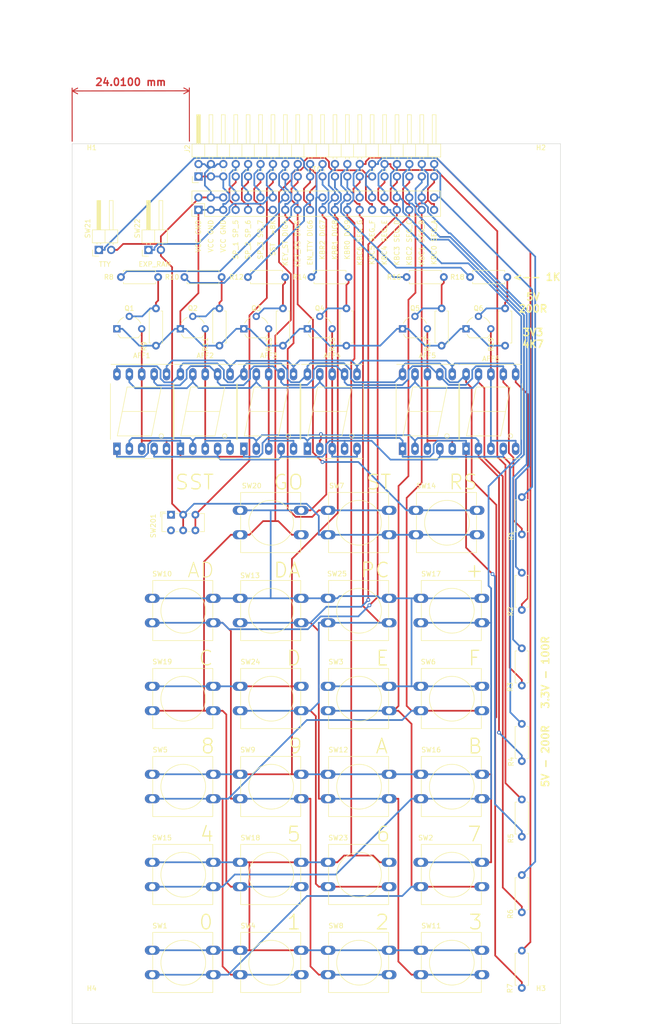
<source format=kicad_pcb>
(kicad_pcb (version 20211014) (generator pcbnew)
  (title_block (title "KIM-1 FPGA / EMULATOR KEYBOARD") (rev "B") (company "Jeremy J Starcher"))
  (layers (0 "F.Cu" signal) (31 "B.Cu" signal) (34 "B.Paste" user) (35 "F.Paste" user) (36 "B.SilkS" user "B.Silkscreen") (37 "F.SilkS" user "F.Silkscreen") (38 "B.Mask" user) (39 "F.Mask" user) (44 "Edge.Cuts" user))
  (net 0 "")
  (net 1 "/S_E")
  (net 2 "/S_D")
  (net 3 "/S_C")
  (net 4 "/S_B")
  (net 5 "ENABLE_TTY")
  (net 6 "/S_A")
  (net 7 "/S_F")
  (net 8 "/S_G")
  (net 9 "SPARE1")
  (net 10 "SPARE2")
  (net 11 "LED_SEG_2")
  (net 12 "LED_SEG_0")
  (net 13 "LED_SEG_5")
  (net 14 "LED_SEG_4")
  (net 15 "LED_SEG_6")
  (net 16 "KB_ROW_0")
  (net 17 "LED_SEG_1")
  (net 18 "KB_ROW_2")
  (net 19 "KB_ROW_1")
  (net 20 "KB_COL_0")
  (net 21 "KB_COL_1")
  (net 22 "KB_COL_2")
  (net 23 "KB_COL_3")
  (net 24 "KB_COL_4")
  (net 25 "KB_COL_5")
  (net 26 "KB_COL_6")
  (net 27 "ST_KEY")
  (net 28 "RS_KEY")
  (net 29 "LED_DIG_4")
  (net 30 "LEG_DIG_5")
  (net 31 "LED_DIG_6")
  (net 32 "LED_DIG_7")
  (net 33 "LED_DIG_8")
  (net 34 "LED_DIG_9")
  (net 35 "Net-(AFF1-Pad3)")
  (net 36 "Net-(AFF2-Pad3)")
  (net 37 "Net-(AFF3-Pad3)")
  (net 38 "Net-(AFF4-Pad3)")
  (net 39 "Net-(AFF5-Pad3)")
  (net 40 "VCC")
  (net 41 "Net-(Q1-Pad2)")
  (net 42 "Net-(Q2-Pad2)")
  (net 43 "Net-(Q3-Pad2)")
  (net 44 "Net-(Q4-Pad2)")
  (net 45 "Net-(Q5-Pad2)")
  (net 46 "Net-(Q6-Pad2)")
  (net 47 "Net-(AFF6-Pad3)")
  (net 48 "SPARE3")
  (net 49 "SPARE5")
  (net 50 "SPARE6")
  (net 51 "SPARE7")
  (net 52 "LED_SEG_3")
  (net 53 "SST_KEY")
  (net 54 "EXP_RAM")
  (net 55 "GND")
  (footprint "Button_Switch_THT:SW_PUSH-12mm" (layer "F.Cu") (at 90.4025 147)
    (fp_text reference "SW13")
    (fp_text value "DA")
  )
  (footprint "Package_TO_SOT_THT:TO-92_Wide" (layer "F.Cu") (at 104.16 91.86)
    (fp_text reference "Q4")
    (fp_text value "2N4403")
  )
  (footprint "Resistor_THT:R_Axial_DIN0207_L6.3mm_D2.5mm_P7.62mm_Horizontal" (layer "F.Cu") (at 73.16 95.31 90)
    (fp_text reference "R9")
    (fp_text value "200" hide)
  )
  (footprint "Button_Switch_THT:SW_PUSH-12mm" (layer "F.Cu") (at 108.4025 219)
    (fp_text reference "SW8")
    (fp_text value "2")
  )
  (footprint "Button_Switch_THT:SW_PUSH-12mm" (layer "F.Cu") (at 108.4025 165)
    (fp_text reference "SW3")
    (fp_text value "E")
  )
  (footprint "Button_Switch_THT:SW_PUSH-12mm" (layer "F.Cu") (at 108.4025 129)
    (fp_text reference "SW7")
    (fp_text value "ST")
  )
  (footprint "Button_Switch_THT:SW_PUSH-12mm" (layer "F.Cu") (at 90.4025 219)
    (fp_text reference "SW4")
    (fp_text value "1")
  )
  (footprint "Button_Switch_THT:SW_PUSH-12mm" (layer "F.Cu") (at 72.4025 165)
    (fp_text reference "SW19")
    (fp_text value "C")
  )
  (footprint "Resistor_THT:R_Axial_DIN0207_L6.3mm_D2.5mm_P7.62mm_Horizontal" (layer "F.Cu") (at 148.082 141.7633 -90)
    (fp_text reference "R2")
    (fp_text value "200" hide)
  )
  (footprint "Resistor_THT:R_Axial_DIN0207_L6.3mm_D2.5mm_P7.62mm_Horizontal" (layer "F.Cu") (at 137.49 81.28)
    (fp_text reference "R18")
    (fp_text value "1K" hide)
  )
  (footprint "Resistor_THT:R_Axial_DIN0207_L6.3mm_D2.5mm_P7.62mm_Horizontal" (layer "F.Cu") (at 124.49 81.28)
    (fp_text reference "R16")
    (fp_text value "1K" hide)
  )
  (footprint "Display_7Segment:7SegmentLED_LTS6760_LTS6780" (layer "F.Cu") (at 91.17 116.396 90)
    (fp_text reference "AFF3")
    (fp_text value "5156BS")
  )
  (footprint "MountingHole:MountingHole_2.2mm_M2" (layer "F.Cu") (at 152 230)
    (fp_text reference "H3")
    (fp_text value "MountingHole")
  )
  (footprint "Resistor_THT:R_Axial_DIN0207_L6.3mm_D2.5mm_P7.62mm_Horizontal" (layer "F.Cu") (at 148.082 172.69 -90)
    (fp_text reference "R4")
    (fp_text value "200" hide)
  )
  (footprint "Resistor_THT:R_Axial_DIN0207_L6.3mm_D2.5mm_P7.62mm_Horizontal" (layer "F.Cu") (at 78.99 81.28)
    (fp_text reference "R10")
    (fp_text value "1K" hide)
  )
  (footprint "MountingHole:MountingHole_2.2mm_M2" (layer "F.Cu") (at 152 58)
    (fp_text reference "H2")
    (fp_text value "MountingHole")
  )
  (footprint "Package_TO_SOT_THT:TO-92_Wide" (layer "F.Cu") (at 123.66 91.86)
    (fp_text reference "Q5")
    (fp_text value "2N4403")
  )
  (footprint "Connector_PinHeader_2.54mm:PinHeader_2x20_P2.54mm_Horizontal" (layer "F.Cu") (at 81.875 60.7 90)
    (fp_text reference "J2")
    (fp_text value "Conn_02x20_Odd_Even")
  )
  (footprint "Button_Switch_THT:SW_PUSH-12mm" (layer "F.Cu") (at 72.4025 219)
    (fp_text reference "SW1")
    (fp_text value "0")
  )
  (footprint "Resistor_THT:R_Axial_DIN0207_L6.3mm_D2.5mm_P7.62mm_Horizontal" (layer "F.Cu") (at 86.16 95.31 90)
    (fp_text reference "R11")
    (fp_text value "200" hide)
  )
  (footprint "Button_Switch_THT:SW_PUSH-12mm" (layer "F.Cu") (at 108.4025 147)
    (fp_text reference "SW25")
    (fp_text value "PC")
  )
  (footprint "Connector_PinHeader_2.54mm:PinHeader_1x02_P2.54mm_Horizontal" (layer "F.Cu") (at 61.46 75.72 90)
    (fp_text reference "SW21")
    (fp_text value "TTY")
  )
  (footprint "Resistor_THT:R_Axial_DIN0207_L6.3mm_D2.5mm_P7.62mm_Horizontal" (layer "F.Cu") (at 148.082 188.1533 -90)
    (fp_text reference "R5")
    (fp_text value "200" hide)
  )
  (footprint "Button_Switch_THT:SW_PUSH-12mm" (layer "F.Cu") (at 108.4025 201)
    (fp_text reference "SW23")
    (fp_text value "6")
  )
  (footprint "Package_TO_SOT_THT:TO-92_Wide" (layer "F.Cu") (at 136.66 91.86)
    (fp_text reference "Q6")
    (fp_text value "2N4403")
  )
  (footprint "Resistor_THT:R_Axial_DIN0207_L6.3mm_D2.5mm_P7.62mm_Horizontal" (layer "F.Cu") (at 144.66 95.31 90)
    (fp_text reference "R19")
    (fp_text value "200" hide)
  )
  (footprint "Package_TO_SOT_THT:TO-92_Wide" (layer "F.Cu") (at 78.16 91.86)
    (fp_text reference "Q2")
    (fp_text value locked "2N4403")
  )
  (footprint "Button_Switch_THT:SW_PUSH-12mm" (layer "F.Cu") (at 126.4025 129)
    (fp_text reference "SW14")
    (fp_text value "RS")
  )
  (footprint "Button_Switch_THT:SW_PUSH-12mm" (layer "F.Cu") (at 72.4025 201)
    (fp_text reference "SW15")
    (fp_text value "4")
  )
  (footprint "Button_Switch_THT:SW_E-Switch_EG1271_DPDT" (layer "F.Cu") (at 76.235 129.9)
    (fp_text reference "SW201")
    (fp_text value "SST")
  )
  (footprint "Package_TO_SOT_THT:TO-92_Wide" (layer "F.Cu") (at 91.16 91.86)
    (fp_text reference "Q3")
    (fp_text value "2N4403")
  )
  (footprint "MountingHole:MountingHole_2.2mm_M2" (layer "F.Cu") (at 60 230)
    (fp_text reference "H4")
    (fp_text value "MountingHole")
  )
  (footprint "Connector_PinHeader_2.54mm:PinHeader_1x02_P2.54mm_Horizontal" (layer "F.Cu") (at 71.625 75.725 90)
    (fp_text reference "SW22")
    (fp_text value "EXP_RAM")
  )
  (footprint "Button_Switch_THT:SW_PUSH-12mm" (layer "F.Cu") (at 108.4025 183)
    (fp_text reference "SW12")
    (fp_text value "A")
  )
  (footprint "MountingHole:MountingHole_2.2mm_M2" (layer "F.Cu") (at 60 58)
    (fp_text reference "H1")
    (fp_text value "MountingHole")
  )
  (footprint "Display_7Segment:7SegmentLED_LTS6760_LTS6780" (layer "F.Cu") (at 123.67 116.396 90)
    (fp_text reference "AFF5")
    (fp_text value "5156BS")
  )
  (footprint "Display_7Segment:7SegmentLED_LTS6760_LTS6780" (layer "F.Cu") (at 65.17 116.396 90)
    (fp_text reference "AFF1")
    (fp_text value "5156BS")
  )
  (footprint "Button_Switch_THT:SW_PUSH-12mm" (layer "F.Cu") (at 90.4025 129)
    (fp_text reference "SW20")
    (fp_text value "GO")
  )
  (footprint "Resistor_THT:R_Axial_DIN0207_L6.3mm_D2.5mm_P7.62mm_Horizontal" (layer "F.Cu") (at 148.082 157.2267 -90)
    (fp_text reference "R3")
    (fp_text value "200" hide)
  )
  (footprint "Button_Switch_THT:SW_PUSH-12mm" (layer "F.Cu") (at 90.4025 165)
    (fp_text reference "SW24")
    (fp_text value "D")
  )
  (footprint "Button_Switch_THT:SW_PUSH-12mm" (layer "F.Cu") (at 127.3975 219)
    (fp_text reference "SW11")
    (fp_text value "3")
  )
  (footprint "Resistor_THT:R_Axial_DIN0207_L6.3mm_D2.5mm_P7.62mm_Horizontal" (layer "F.Cu") (at 99.16 95.31 90)
    (fp_text reference "R13")
    (fp_text value "200" hide)
  )
  (footprint "Resistor_THT:R_Axial_DIN0207_L6.3mm_D2.5mm_P7.62mm_Horizontal" (layer "F.Cu") (at 148.082 203.6167 -90)
    (fp_text reference "R6")
    (fp_text value "200" hide)
  )
  (footprint "Resistor_THT:R_Axial_DIN0207_L6.3mm_D2.5mm_P7.62mm_Horizontal" (layer "F.Cu") (at 91.99 81.28)
    (fp_text reference "R12")
    (fp_text value "1K" hide)
  )
  (footprint "Resistor_THT:R_Axial_DIN0207_L6.3mm_D2.5mm_P7.62mm_Horizontal" (layer "F.Cu") (at 65.99 81.28)
    (fp_text reference "R8")
    (fp_text value "1K" hide)
  )
  (footprint "Button_Switch_THT:SW_PUSH-12mm" (layer "F.Cu") (at 127.3975 165)
    (fp_text reference "SW6")
    (fp_text value "F")
  )
  (footprint "Button_Switch_THT:SW_PUSH-12mm" (layer "F.Cu") (at 72.4025 183)
    (fp_text reference "SW5")
    (fp_text value "8")
  )
  (footprint "Button_Switch_THT:SW_PUSH-12mm" (layer "F.Cu") (at 127.3975 183)
    (fp_text reference "SW16")
    (fp_text value "B")
  )
  (footprint "kim-1:connector" (layer "F.Cu") (at 105.98 58.635 180)
    (fp_text reference "J1")
    (fp_text value "Conn_02x20_Odd_Even")
  )
  (footprint "Package_TO_SOT_THT:TO-92_Wide" (layer "F.Cu") (at 65.16 91.86)
    (fp_text reference "Q1")
    (fp_text value "2N4403")
  )
  (footprint "Button_Switch_THT:SW_PUSH-12mm" (layer "F.Cu") (at 90.4025 201)
    (fp_text reference "SW18")
    (fp_text value "5")
  )
  (footprint "Resistor_THT:R_Axial_DIN0207_L6.3mm_D2.5mm_P7.62mm_Horizontal" (layer "F.Cu") (at 148.082 219.08 -90)
    (fp_text reference "R7")
    (fp_text value "200" hide)
  )
  (footprint "Display_7Segment:7SegmentLED_LTS6760_LTS6780" (layer "F.Cu") (at 78.17 116.396 90)
    (fp_text reference "AFF2")
    (fp_text value "5156BS")
  )
  (footprint "Resistor_THT:R_Axial_DIN0207_L6.3mm_D2.5mm_P7.62mm_Horizontal" (layer "F.Cu") (at 131.66 95.31 90)
    (fp_text reference "R17")
    (fp_text value "200" hide)
  )
  (footprint "Button_Switch_THT:SW_PUSH-12mm" (layer "F.Cu") (at 127.3975 147)
    (fp_text reference "SW17")
    (fp_text value "+")
  )
  (footprint "Button_Switch_THT:SW_PUSH-12mm" (layer "F.Cu") (at 72.4025 147)
    (fp_text reference "SW10")
    (fp_text value "AD")
  )
  (footprint "Resistor_THT:R_Axial_DIN0207_L6.3mm_D2.5mm_P7.62mm_Horizontal" (layer "F.Cu") (at 148.082 126.3 -90)
    (fp_text reference "R1")
    (fp_text value "200" hide)
  )
  (footprint "Button_Switch_THT:SW_PUSH-12mm" (layer "F.Cu") (at 90.4025 183)
    (fp_text reference "SW9")
    (fp_text value "9")
  )
  (footprint "Display_7Segment:7SegmentLED_LTS6760_LTS6780" (layer "F.Cu") (at 104.17 116.396 90)
    (fp_text reference "AFF4")
    (fp_text value "5156BS")
  )
  (footprint "Resistor_THT:R_Axial_DIN0207_L6.3mm_D2.5mm_P7.62mm_Horizontal" (layer "F.Cu") (at 112.16 95.31 90)
    (fp_text reference "R15")
    (fp_text value "200" hide)
  )
  (footprint "Resistor_THT:R_Axial_DIN0207_L6.3mm_D2.5mm_P7.62mm_Horizontal" (layer "F.Cu") (at 104.99 81.28)
    (fp_text reference "R14")
    (fp_text value "1K" hide)
  )
  (footprint "Button_Switch_THT:SW_PUSH-12mm" (layer "F.Cu") (at 127.3975 201)
    (fp_text reference "SW2")
    (fp_text value "7")
  )
  (footprint "Display_7Segment:7SegmentLED_LTS6760_LTS6780" (layer "F.Cu") (at 136.67 116.396 90)
    (fp_text reference "AFF6")
    (fp_text value "5156BS")
  )
  (gr_line locked (start 56 234) (end 156 234) (layer "Edge.Cuts") (width 0.1))
  (gr_line (start 139.337 113.212) (end 139.337 113.212) (layer "Edge.Cuts") (width 0.1))
  (gr_line locked (start 156 54) (end 156 234) (layer "Edge.Cuts") (width 0.1))
  (gr_line locked (start 56 54) (end 156 54) (layer "Edge.Cuts") (width 0.1))
  (gr_line locked (start 56 54) (end 56 234) (layer "Edge.Cuts") (width 0.1))
  (gr_text "5V\n200R\n\n3V3\n4K7" (at 150.368 90.17) (layer "F.SilkS") (effects (font (size 1.5 1.5) (thickness 0.3))))
  (gr_text "<-- 1K" (at 151.13 81.28) (layer "F.SilkS") (effects (font (size 1.5 1.5) (thickness 0.3))))
  (gr_text "5V - 200R   3.3V - 100R" (at 152.908 170.18 90) (layer "F.SilkS") (effects (font (size 1.5 1.5) (thickness 0.3))))
  (dimension (type aligned) (layer "F.Cu") (pts (xy 56 54) (xy 80.01 53.975)) (height -10.796316) (gr_text "24.0100 mm" (at 67.991885 41.391191 0.0596582245) (layer "F.Cu") (effects (font (size 1.5 1.5) (thickness 0.3)))) (format (units 3) (units_format 1) (precision 4)) (style (thickness 0.2) (arrow_length 1.27) (text_position_mode 0) (extension_height 0.58642) (extension_offset 0.5) keep_text_aligned))
  (segment (start 91.17 116.396) (end 91.17 118.0333) (width 0.35) (layer "F.Cu") (net 1))
  (segment (start 78.17 118.0333) (end 91.17 118.0333) (width 0.35) (layer "F.Cu") (net 1))
  (segment (start 136.67 136.6287) (end 142.0824 142.0411) (width 0.35) (layer "F.Cu") (net 1))
  (segment (start 136.67 116.396) (end 136.67 136.6287) (width 0.35) (layer "F.Cu") (net 1))
  (segment (start 78.17 116.396) (end 78.17 118.0333) (width 0.35) (layer "F.Cu") (net 1))
  (via (at 142.0824 142.0411) (size 0.8) (drill 0.4) (layers "F.Cu" "B.Cu") (net 1))
  (segment (start 142.5752 142.5338) (end 142.5751 142.5338) (width 0.35) (layer "B.Cu") (net 1))
  (segment (start 130.02 115.5282) (end 130.02 117.2506) (width 0.35) (layer "B.Cu") (net 1))
  (segment (start 123.67 116.396) (end 123.67 118.0333) (width 0.35) (layer "B.Cu") (net 1))
  (segment (start 104.17 114.7587) (end 104.7371 114.1916) (width 0.35) (layer "B.Cu") (net 1))
  (segment (start 94.98 117.2917) (end 94.2384 118.0333) (width 0.35) (layer "B.Cu") (net 1))
  (segment (start 136.67 116.396) (end 136.67 114.7587) (width 0.35) (layer "B.Cu") (net 1))
  (segment (start 129.2373 118.0333) (end 123.67 118.0333) (width 0.35) (layer "B.Cu") (net 1))
  (segment (start 148.082 195.7733) (end 148.082 194.598) (width 0.35) (layer "B.Cu") (net 1))
  (segment (start 94.2384 118.0333) (end 91.17 118.0333) (width 0.35) (layer "B.Cu") (net 1))
  (segment (start 78.17 116.396) (end 78.17 114.7587) (width 0.35) (layer "B.Cu") (net 1))
  (segment (start 96.0258 114.1916) (end 94.98 115.2374) (width 0.35) (layer "B.Cu") (net 1))
  (segment (start 65.17 116.396) (end 65.17 118.0333) (width 0.35) (layer "B.Cu") (net 1))
  (segment (start 78.17 114.7587) (end 72.2968 114.7587) (width 0.35) (layer "B.Cu") (net 1))
  (segment (start 104.7371 114.1916) (end 123.1029 114.1916) (width 0.35) (layer "B.Cu") (net 1))
  (segment (start 142.5752 189.0912) (end 142.5752 142.5338) (width 0.35) (layer "B.Cu") (net 1))
  (segment (start 130.7895 114.7587) (end 130.02 115.5282) (width 0.35) (layer "B.Cu") (net 1))
  (segment (start 148.082 194.598) (end 142.5752 189.0912) (width 0.35) (layer "B.Cu") (net 1))
  (segment (start 104.17 116.396) (end 104.17 114.7587) (width 0.35) (layer "B.Cu") (net 1))
  (segment (start 142.5751 142.5338) (end 142.0824 142.0411) (width 0.35) (layer "B.Cu") (net 1))
  (segment (start 103.6029 114.1916) (end 96.0258 114.1916) (width 0.35) (layer "B.Cu") (net 1))
  (segment (start 94.98 115.2374) (end 94.98 117.2917) (width 0.35) (layer "B.Cu") (net 1))
  (segment (start 71.561 115.4945) (end 71.561 117.24) (width 0.35) (layer "B.Cu") (net 1))
  (segment (start 136.67 114.7587) (end 130.7895 114.7587) (width 0.35) (layer "B.Cu") (net 1))
  (segment (start 123.1029 114.1916) (end 123.67 114.7587) (width 0.35) (layer "B.Cu") (net 1))
  (segment (start 104.17 114.7587) (end 103.6029 114.1916) (width 0.35) (layer "B.Cu") (net 1))
  (segment (start 72.2968 114.7587) (end 71.561 115.4945) (width 0.35) (layer "B.Cu") (net 1))
  (segment (start 70.7677 118.0333) (end 65.17 118.0333) (width 0.35) (layer "B.Cu") (net 1))
  (segment (start 71.561 117.24) (end 70.7677 118.0333) (width 0.35) (layer "B.Cu") (net 1))
  (segment (start 130.02 117.2506) (end 129.2373 118.0333) (width 0.35) (layer "B.Cu") (net 1))
  (segment (start 123.67 116.396) (end 123.67 114.7587) (width 0.35) (layer "B.Cu") (net 1))
  (segment (start 91.17 116.396) (end 91.17 118.0333) (width 0.35) (layer "B.Cu") (net 1))
  (segment (start 139.21 116.396) (end 139.21 118.0333) (width 0.35) (layer "F.Cu") (net 2))
  (segment (start 106.936 114.5327) (end 106.936 113.4142) (width 0.35) (layer "F.Cu") (net 2))
  (segment (start 106.71 114.7587) (end 106.936 114.5327) (width 0.35) (layer "F.Cu") (net 2))
  (segment (start 139.21 118.0333) (end 143.408 122.2313) (width 0.35) (layer "F.Cu") (net 2))
  (segment (start 143.408 122.2313) (end 143.408 174.4607) (width 0.35) (layer "F.Cu") (net 2))
  (segment (start 106.71 116.396) (end 106.71 114.7587) (width 0.35) (layer "F.Cu") (net 2))
  (via (at 106.936 113.4142) (size 0.8) (drill 0.4) (layers "F.Cu" "B.Cu") (net 2))
  (via (at 143.408 174.4607) (size 0.8) (drill 0.4) (layers "F.Cu" "B.Cu") (net 2))
  (segment (start 93.71 116.396) (end 93.71 114.7587) (width 0.35) (layer "B.Cu") (net 2))
  (segment (start 125.0925 113.6412) (end 106.936 113.6412) (width 0.35) (layer "B.Cu") (net 2))
  (segment (start 148.082 180.31) (end 148.082 179.1347) (width 0.35) (layer "B.Cu") (net 2))
  (segment (start 126.21 114.7587) (end 125.0925 113.6412) (width 0.35) (layer "B.Cu") (net 2))
  (segment (start 80.1597 114.2084) (end 68.2603 114.2084) (width 0.35) (layer "B.Cu") (net 2))
  (segment (start 80.71 116.396) (end 80.71 114.7587) (width 0.35) (layer "B.Cu") (net 2))
  (segment (start 80.71 114.7587) (end 80.1597 114.2084) (width 0.35) (layer "B.Cu") (net 2))
  (segment (start 126.7603 114.2084) (end 126.21 114.7587) (width 0.35) (layer "B.Cu") (net 2))
  (segment (start 148.082 179.1347) (end 143.408 174.4607) (width 0.35) (layer "B.Cu") (net 2))
  (segment (start 139.21 114.7587) (end 138.6597 114.2084) (width 0.35) (layer "B.Cu") (net 2))
  (segment (start 93.1386 114.1873) (end 81.2814 114.1873) (width 0.35) (layer "B.Cu") (net 2))
  (segment (start 68.2603 114.2084) (end 67.71 114.7587) (width 0.35) (layer "B.Cu") (net 2))
  (segment (start 106.936 113.4142) (end 106.936 113.6412) (width 0.35) (layer "B.Cu") (net 2))
  (segment (start 139.21 116.396) (end 139.21 114.7587) (width 0.35) (layer "B.Cu") (net 2))
  (segment (start 67.71 116.396) (end 67.71 114.7587) (width 0.35) (layer "B.Cu") (net 2))
  (segment (start 81.2814 114.1873) (end 80.71 114.7587) (width 0.35) (layer "B.Cu") (net 2))
  (segment (start 138.6597 114.2084) (end 126.7603 114.2084) (width 0.35) (layer "B.Cu") (net 2))
  (segment (start 106.936 113.6412) (end 94.8275 113.6412) (width 0.35) (layer "B.Cu") (net 2))
  (segment (start 94.8275 113.6412) (end 93.71 114.7587) (width 0.35) (layer "B.Cu") (net 2))
  (segment (start 93.71 114.7587) (end 93.1386 114.1873) (width 0.35) (layer "B.Cu") (net 2))
  (segment (start 126.21 116.396) (end 126.21 114.7587) (width 0.35) (layer "B.Cu") (net 2))
  (segment (start 144.29 116.396) (end 144.29 118.0333) (width 0.35) (layer "F.Cu") (net 3))
  (segment (start 145.6094 119.3527) (end 145.6094 161.1988) (width 0.35) (layer "F.Cu") (net 3))
  (segment (start 148.082 164.8467) (end 148.082 163.6714) (width 0.35) (layer "F.Cu") (net 3))
  (segment (start 145.6094 161.1988) (end 148.082 163.6714) (width 0.35) (layer "F.Cu") (net 3))
  (segment (start 144.29 118.0333) (end 145.6094 119.3527) (width 0.35) (layer "F.Cu") (net 3))
  (segment (start 98.79 118.0333) (end 107.2463 118.0333) (width 0.35) (layer "B.Cu") (net 3))
  (segment (start 86.3635 118.6068) (end 85.79 118.0333) (width 0.35) (layer "B.Cu") (net 3))
  (segment (start 107.98 115.5288) (end 108.7501 114.7587) (width 0.35) (layer "B.Cu") (net 3))
  (segment (start 107.98 117.2996) (end 107.98 115.5288) (width 0.35) (layer "B.Cu") (net 3))
  (segment (start 98.79 118.0333) (end 98.2165 118.6068) (width 0.35) (layer "B.Cu") (net 3))
  (segment (start 111.79 114.7587) (end 117.3154 114.7587) (width 0.35) (layer "B.Cu") (net 3))
  (segment (start 111.79 116.396) (end 111.79 114.7587) (width 0.35) (layer "B.Cu") (net 3))
  (segment (start 98.79 116.396) (end 98.79 118.0333) (width 0.35) (layer "B.Cu") (net 3))
  (segment (start 130.7 118.6233) (end 131.29 118.0333) (width 0.35) (layer "B.Cu") (net 3))
  (segment (start 85.79 116.396) (end 85.79 118.0333) (width 0.35) (layer "B.Cu") (net 3))
  (segment (start 72.79 116.396) (end 72.79 118.0333) (width 0.35) (layer "B.Cu") (net 3))
  (segment (start 121.18 118.6233) (end 130.7 118.6233) (width 0.35) (layer "B.Cu") (net 3))
  (segment (start 85.79 118.0333) (end 72.79 118.0333) (width 0.35) (layer "B.Cu") (net 3))
  (segment (start 107.2463 118.0333) (end 107.98 117.2996) (width 0.35) (layer "B.Cu") (net 3))
  (segment (start 117.3154 114.7587) (end 121.18 118.6233) (width 0.35) (layer "B.Cu") (net 3))
  (segment (start 98.2165 118.6068) (end 86.3635 118.6068) (width 0.35) (layer "B.Cu") (net 3))
  (segment (start 144.29 118.0333) (end 131.29 118.0333) (width 0.35) (layer "B.Cu") (net 3))
  (segment (start 108.7501 114.7587) (end 111.79 114.7587) (width 0.35) (layer "B.Cu") (net 3))
  (segment (start 131.29 116.396) (end 131.29 118.0333) (width 0.35) (layer "B.Cu") (net 3))
  (segment (start 144.29 116.396) (end 144.29 118.0333) (width 0.35) (layer "B.Cu") (net 3))
  (segment (start 149.2882 147.0018) (end 148.082 148.208) (width 0.35) (layer "F.Cu") (net 4))
  (segment (start 146.83 102.7933) (end 149.2882 105.2515) (width 0.35) (layer "F.Cu") (net 4))
  (segment (start 149.2882 105.2515) (end 149.2882 147.0018) (width 0.35) (layer "F.Cu") (net 4))
  (segment (start 148.082 149.3833) (end 148.082 148.208) (width 0.35) (layer "F.Cu") (net 4))
  (segment (start 146.83 101.156) (end 146.83 102.7933) (width 0.35) (layer "F.Cu") (net 4))
  (segment (start 100.1434 98.4181) (end 89.5842 98.4181) (width 0.35) (layer "B.Cu") (net 4))
  (segment (start 101.33 101.156) (end 101.33 100.3373) (width 0.35) (layer "B.Cu") (net 4))
  (segment (start 115.4809 98.3678) (end 114.33 99.5187) (width 0.35) (layer "B.Cu") (net 4))
  (segment (start 75.33 101.156) (end 75.33 99.5187) (width 0.35) (layer "B.Cu") (net 4))
  (segment (start 101.33 100.3373) (end 101.33 99.6047) (width 0.35) (layer "B.Cu") (net 4))
  (segment (start 114.33 101.156) (end 114.33 99.5187) (width 0.35) (layer "B.Cu") (net 4))
  (segment (start 76.5166 98.3321) (end 75.33 99.5187) (width 0.35) (layer "B.Cu") (net 4))
  (segment (start 87.1434 98.3321) (end 76.5166 98.3321) (width 0.35) (layer "B.Cu") (net 4))
  (segment (start 133.83 99.5187) (end 132.6791 98.3678) (width 0.35) (layer "B.Cu") (net 4))
  (segment (start 113.1459 98.3346) (end 102.6001 98.3346) (width 0.35) (layer "B.Cu") (net 4))
  (segment (start 132.6791 98.3678) (end 115.4809 98.3678) (width 0.35) (layer "B.Cu") (net 4))
  (segment (start 88.33 99.5187) (end 87.1434 98.3321) (width 0.35) (layer "B.Cu") (net 4))
  (segment (start 114.33 99.5187) (end 113.1459 98.3346) (width 0.35) (layer "B.Cu") (net 4))
  (segment (start 134.3934 98.9553) (end 133.83 99.5187) (width 0.35) (layer "B.Cu") (net 4))
  (segment (start 133.83 101.156) (end 133.83 99.5187) (width 0.35) (layer "B.Cu") (net 4))
  (segment (start 146.2666 98.9553) (end 134.3934 98.9553) (width 0.35) (layer "B.Cu") (net 4))
  (segment (start 89.5842 98.4181) (end 88.33 99.6723) (width 0.35) (layer "B.Cu") (net 4))
  (segment (start 146.83 99.5187) (end 146.2666 98.9553) (width 0.35) (layer "B.Cu") (net 4))
  (segment (start 102.6001 98.3346) (end 101.33 99.6047) (width 0.35) (layer "B.Cu") (net 4))
  (segment (start 101.33 99.6047) (end 100.1434 98.4181) (width 0.35) (layer "B.Cu") (net 4))
  (segment (start 146.83 101.156) (end 146.83 99.5187) (width 0.35) (layer "B.Cu") (net 4))
  (segment (start 88.33 101.156) (end 88.33 99.6723) (width 0.35) (layer "B.Cu") (net 4))
  (segment (start 88.33 99.6723) (end 88.33 99.5187) (width 0.35) (layer "B.Cu") (net 4))
  (segment (start 103.4726 65.5218) (end 103.4726 63.1877) (width 0.35) (layer "F.Cu") (net 5))
  (segment (start 104.735 60.7) (end 104.735 61.9253) (width 0.35) (layer "F.Cu") (net 5))
  (segment (start 103.4726 63.1877) (end 104.735 61.9253) (width 0.35) (layer "F.Cu") (net 5))
  (segment (start 104.2555 66.3047) (end 103.4726 65.5218) (width 0.35) (layer "F.Cu") (net 5))
  (segment (start 104.715 66.3047) (end 104.2555 66.3047) (width 0.35) (layer "F.Cu") (net 5))
  (segment (start 104.715 67.53) (end 104.715 66.3047) (width 0.35) (layer "F.Cu") (net 5))
  (segment (start 104.2754 59.4747) (end 103.5097 58.709) (width 0.35) (layer "B.Cu") (net 5))
  (segment (start 103.5097 58.709) (end 103.5097 57.6811) (width 0.35) (layer "B.Cu") (net 5))
  (segment (start 61.46 75.72) (end 62.6853 75.72) (width 0.35) (layer "B.Cu") (net 5))
  (segment (start 62.6853 75.2605) (end 62.6853 75.72) (width 0.35) (layer "B.Cu") (net 5))
  (segment (start 104.735 59.4747) (end 104.2754 59.4747) (width 0.35) (layer "B.Cu") (net 5))
  (segment (start 102.7367 56.9081) (end 81.0377 56.9081) (width 0.35) (layer "B.Cu") (net 5))
  (segment (start 81.0377 56.9081) (end 62.6853 75.2605) (width 0.35) (layer "B.Cu") (net 5))
  (segment (start 103.5097 57.6811) (end 102.7367 56.9081) (width 0.35) (layer "B.Cu") (net 5))
  (segment (start 104.735 60.7) (end 104.735 59.4747) (width 0.35) (layer "B.Cu") (net 5))
  (segment (start 144.29 101.156) (end 144.29 102.7933) (width 0.35) (layer "F.Cu") (net 6))
  (segment (start 146.355 118.1957) (end 146.355 131.0177) (width 0.35) (layer "F.Cu") (net 6))
  (segment (start 145.4274 117.2681) (end 146.355 118.1957) (width 0.35) (layer "F.Cu") (net 6))
  (segment (start 146.355 131.0177) (end 148.082 132.7447) (width 0.35) (layer "F.Cu") (net 6))
  (segment (start 148.082 133.92) (end 148.082 132.7447) (width 0.35) (layer "F.Cu") (net 6))
  (segment (start 144.29 102.7933) (end 145.4274 103.9307) (width 0.35) (layer "F.Cu") (net 6))
  (segment (start 145.4274 103.9307) (end 145.4274 117.2681) (width 0.35) (layer "F.Cu") (net 6))
  (segment (start 91.1109 103.4006) (end 92.44 102.0715) (width 0.35) (layer "B.Cu") (net 6))
  (segment (start 99.3403 103.3436) (end 98.79 102.7933) (width 0.35) (layer "B.Cu") (net 6))
  (segment (start 105.44 100.2682) (end 105.44 102.0341) (width 0.35) (layer "B.Cu") (net 6))
  (segment (start 85.79 101.156) (end 85.79 102.7933) (width 0.35) (layer "B.Cu") (net 6))
  (segment (start 85.79 102.7933) (end 86.3973 103.4006) (width 0.35) (layer "B.Cu") (net 6))
  (segment (start 105.44 102.0341) (end 104.1305 103.3436) (width 0.35) (layer "B.Cu") (net 6))
  (segment (start 111.79 101.156) (end 110.1267 99.4927) (width 0.35) (layer "B.Cu") (net 6))
  (segment (start 144.29 101.156) (end 144.29 99.5187) (width 0.35) (layer "B.Cu") (net 6))
  (segment (start 123.628 103.3736) (end 124.8812 102.1204) (width 0.35) (layer "B.Cu") (net 6))
  (segment (start 137.94 100.2775) (end 137.94 102.0315) (width 0.35) (layer "B.Cu") (net 6))
  (segment (start 111.79 102.7933) (end 112.3703 103.3736) (width 0.35) (layer "B.Cu") (net 6))
  (segment (start 136.6279 103.3436) (end 133.0672 103.3436) (width 0.35) (layer "B.Cu") (net 6))
  (segment (start 72.79 102.7933) (end 73.4262 103.4295) (width 0.35) (layer "B.Cu") (net 6))
  (segment (start 144.29 99.5187) (end 138.6988 99.5187) (width 0.35) (layer "B.Cu") (net 6))
  (segment (start 112.3703 103.3736) (end 123.628 103.3736) (width 0.35) (layer "B.Cu") (net 6))
  (segment (start 138.6988 99.5187) (end 137.94 100.2775) (width 0.35) (layer "B.Cu") (net 6))
  (segment (start 106.2155 99.4927) (end 105.44 100.2682) (width 0.35) (layer "B.Cu") (net 6))
  (segment (start 73.4262 103.4295) (end 78.0535 103.4295) (width 0.35) (layer "B.Cu") (net 6))
  (segment (start 125.7133 99.5003) (end 129.2239 99.5003) (width 0.35) (layer "B.Cu") (net 6))
  (segment (start 79.44 100.3175) (end 80.2569 99.5006) (width 0.35) (layer "B.Cu") (net 6))
  (segment (start 111.79 101.156) (end 111.79 102.7933) (width 0.35) (layer "B.Cu") (net 6))
  (segment (start 124.8812 100.3324) (end 125.7133 99.5003) (width 0.35) (layer "B.Cu") (net 6))
  (segment (start 124.8812 102.1204) (end 124.8812 100.3324) (width 0.35) (layer "B.Cu") (net 6))
  (segment (start 79.44 102.043) (end 79.44 100.3175) (width 0.35) (layer "B.Cu") (net 6))
  (segment (start 131.29 101.156) (end 131.29 101.5664) (width 0.35) (layer "B.Cu") (net 6))
  (segment (start 97.1527 99.5187) (end 98.79 101.156) (width 0.35) (layer "B.Cu") (net 6))
  (segment (start 92.44 100.3147) (end 93.236 99.5187) (width 0.35) (layer "B.Cu") (net 6))
  (segment (start 104.1305 103.3436) (end 99.3403 103.3436) (width 0.35) (layer "B.Cu") (net 6))
  (segment (start 78.0535 103.4295) (end 79.44 102.043) (width 0.35) (layer "B.Cu") (net 6))
  (segment (start 86.3973 103.4006) (end 91.1109 103.4006) (width 0.35) (layer "B.Cu") (net 6))
  (segment (start 137.94 102.0315) (end 136.6279 103.3436) (width 0.35) (layer "B.Cu") (net 6))
  (segment (start 133.0672 103.3436) (end 131.29 101.5664) (width 0.35) (layer "B.Cu") (net 6))
  (segment (start 80.2569 99.5006) (end 84.1346 99.5006) (width 0.35) (layer "B.Cu") (net 6))
  (segment (start 110.1267 99.4927) (end 106.2155 99.4927) (width 0.35) (layer "B.Cu") (net 6))
  (segment (start 72.79 101.156) (end 72.79 102.7933) (width 0.35) (layer "B.Cu") (net 6))
  (segment (start 93.236 99.5187) (end 97.1527 99.5187) (width 0.35) (layer "B.Cu") (net 6))
  (segment (start 98.79 101.156) (end 98.79 102.7933) (width 0.35) (layer "B.Cu") (net 6))
  (segment (start 129.2239 99.5003) (end 131.29 101.5664) (width 0.35) (layer "B.Cu") (net 6))
  (segment (start 84.1346 99.5006) (end 85.79 101.156) (width 0.35) (layer "B.Cu") (net 6))
  (segment (start 92.44 102.0715) (end 92.44 100.3147) (width 0.35) (layer "B.Cu") (net 6))
  (segment (start 140.4133 118.2889) (end 144.1834 122.059) (width 0.35) (layer "F.Cu") (net 7))
  (segment (start 139.21 101.156) (end 139.21 102.7933) (width 0.35) (layer "F.Cu") (net 7))
  (segment (start 140.4133 103.9966) (end 140.4133 118.2889) (width 0.35) (layer "F.Cu") (net 7))
  (segment (start 139.21 102.7933) (end 140.4133 103.9966) (width 0.35) (layer "F.Cu") (net 7))
  (segment (start 148.082 211.2367) (end 148.082 210.0614) (width 0.35) (layer "F.Cu") (net 7))
  (segment (start 144.1834 206.1628) (end 148.082 210.0614) (width 0.35) (layer "F.Cu") (net 7))
  (segment (start 144.1834 122.059) (end 144.1834 206.1628) (width 0.35) (layer "F.Cu") (net 7))
  (segment (start 126.21 101.156) (end 126.21 102.7933) (width 0.35) (layer "B.Cu") (net 7))
  (segment (start 138.0452 103.9581) (end 127.3748 103.9581) (width 0.35) (layer "B.Cu") (net 7))
  (segment (start 81.8878 103.9711) (end 92.5322 103.9711) (width 0.35) (layer "B.Cu") (net 7))
  (segment (start 106.71 102.7933) (end 107.8497 103.933) (width 0.35) (layer "B.Cu") (net 7))
  (segment (start 105.6057 103.8976) (end 94.8143 103.8976) (width 0.35) (layer "B.Cu") (net 7))
  (segment (start 106.71 101.156) (end 106.71 102.7933) (width 0.35) (layer "B.Cu") (net 7))
  (segment (start 139.21 102.7933) (end 138.0452 103.9581) (width 0.35) (layer "B.Cu") (net 7))
  (segment (start 127.3748 103.9581) (end 126.21 102.7933) (width 0.35) (layer "B.Cu") (net 7))
  (segment (start 94.8143 103.8976) (end 93.71 102.7933) (width 0.35) (layer "B.Cu") (net 7))
  (segment (start 106.71 102.7933) (end 105.6057 103.8976) (width 0.35) (layer "B.Cu") (net 7))
  (segment (start 92.5322 103.9711) (end 93.71 102.7933) (width 0.35) (layer "B.Cu") (net 7))
  (segment (start 79.4851 104.0182) (end 80.71 102.7933) (width 0.35) (layer "B.Cu") (net 7))
  (segment (start 107.8497 103.933) (end 125.0703 103.933) (width 0.35) (layer "B.Cu") (net 7))
  (segment (start 68.9349 104.0182) (end 79.4851 104.0182) (width 0.35) (layer "B.Cu") (net 7))
  (segment (start 80.71 102.7933) (end 81.8878 103.9711) (width 0.35) (layer "B.Cu") (net 7))
  (segment (start 93.71 101.156) (end 93.71 102.7933) (width 0.35) (layer "B.Cu") (net 7))
  (segment (start 139.21 101.156) (end 139.21 102.7933) (width 0.35) (layer "B.Cu") (net 7))
  (segment (start 67.71 102.7933) (end 68.9349 104.0182) (width 0.35) (layer "B.Cu") (net 7))
  (segment (start 80.71 101.156) (end 80.71 102.7933) (width 0.35) (layer "B.Cu") (net 7))
  (segment (start 125.0703 103.933) (end 126.21 102.7933) (width 0.35) (layer "B.Cu") (net 7))
  (segment (start 67.71 101.156) (end 67.71 102.7933) (width 0.35) (layer "B.Cu") (net 7))
  (segment (start 136.67 101.156) (end 136.67 102.7933) (width 0.35) (layer "F.Cu") (net 8))
  (segment (start 148.082 226.7) (end 148.082 225.5247) (width 0.35) (layer "F.Cu") (net 8))
  (segment (start 142.8577 171.3004) (end 142.6301 171.528) (width 0.35) (layer "F.Cu") (net 8))
  (segment (start 142.8577 127.8861) (end 142.8577 171.3004) (width 0.35) (layer "F.Cu") (net 8))
  (segment (start 136.67 102.7933) (end 137.8074 103.9307) (width 0.35) (layer "F.Cu") (net 8))
  (segment (start 137.8074 122.8358) (end 142.8577 127.8861) (width 0.35) (layer "F.Cu") (net 8))
  (segment (start 137.8074 103.9307) (end 137.8074 122.8358) (width 0.35) (layer "F.Cu") (net 8))
  (segment (start 142.6301 171.528) (end 142.6301 220.0728) (width 0.35) (layer "F.Cu") (net 8))
  (segment (start 142.6301 220.0728) (end 148.082 225.5247) (width 0.35) (layer "F.Cu") (net 8))
  (segment (start 104.8038 98.8849) (end 111.6363 98.8849) (width 0.35) (layer "B.Cu") (net 8))
  (segment (start 102.5327 102.7933) (end 104.17 101.156) (width 0.35) (layer "B.Cu") (net 8))
  (segment (start 124.2388 98.9499) (end 123.67 99.5187) (width 0.35) (layer "B.Cu") (net 8))
  (segment (start 123.67 101.156) (end 123.67 99.5187) (width 0.35) (layer "B.Cu") (net 8))
  (segment (start 91.17 100.5956) (end 91.17 99.5187) (width 0.35) (layer "B.Cu") (net 8))
  (segment (start 91.17 101.156) (end 91.17 100.5956) (width 0.35) (layer "B.Cu") (net 8))
  (segment (start 74.101 102.0355) (end 74.101 100.2844) (width 0.35) (layer "B.Cu") (net 8))
  (segment (start 74.101 100.2844) (end 73.3353 99.5187) (width 0.35) (layer "B.Cu") (net 8))
  (segment (start 104.17 99.5187) (end 104.8038 98.8849) (width 0.35) (layer "B.Cu") (net 8))
  (segment (start 87.8768 102.8113) (end 87.06 101.9945) (width 0.35) (layer "B.Cu") (net 8))
  (segment (start 136.67 101.156) (end 135.0327 102.7933) (width 0.35) (layer "B.Cu") (net 8))
  (segment (start 78.7548 98.9339) (end 78.17 99.5187) (width 0.35) (layer "B.Cu") (net 8))
  (segment (start 74.8768 102.8113) (end 74.101 102.0355) (width 0.35) (layer "B.Cu") (net 8))
  (segment (start 135.0327 102.7933) (end 133.3307 102.7933) (width 0.35) (layer "B.Cu") (net 8))
  (segment (start 113.06 102.0354) (end 113.8179 102.7933) (width 0.35) (layer "B.Cu") (net 8))
  (segment (start 132.4795 100.1421) (end 131.2873 98.9499) (width 0.35) (layer "B.Cu") (net 8))
  (segment (start 100.8382 102.7933) (end 102.5327 102.7933) (width 0.35) (layer "B.Cu") (net 8))
  (segment (start 91.17 100.5956) (end 88.9543 102.8113) (width 0.35) (layer "B.Cu") (net 8))
  (segment (start 100.06 102.0151) (end 100.8382 102.7933) (width 0.35) (layer "B.Cu") (net 8))
  (segment (start 113.8179 102.7933) (end 122.0327 102.7933) (width 0.35) (layer "B.Cu") (net 8))
  (segment (start 73.3353 99.5187) (end 65.17 99.5187) (width 0.35) (layer "B.Cu") (net 8))
  (segment (start 131.2873 98.9499) (end 124.2388 98.9499) (width 0.35) (layer "B.Cu") (net 8))
  (segment (start 91.17 99.5187) (end 91.7203 98.9684) (width 0.35) (layer "B.Cu") (net 8))
  (segment (start 87.06 101.9945) (end 87.06 100.2663) (width 0.35) (layer "B.Cu") (net 8))
  (segment (start 111.6363 98.8849) (end 113.06 100.3086) (width 0.35) (layer "B.Cu") (net 8))
  (segment (start 122.0327 102.7933) (end 123.67 101.156) (width 0.35) (layer "B.Cu") (net 8))
  (segment (start 76.5147 102.8113) (end 74.8768 102.8113) (width 0.35) (layer "B.Cu") (net 8))
  (segment (start 104.17 101.156) (end 104.17 99.5187) (width 0.35) (layer "B.Cu") (net 8))
  (segment (start 85.7276 98.9339) (end 78.7548 98.9339) (width 0.35) (layer "B.Cu") (net 8))
  (segment (start 87.06 100.2663) (end 85.7276 98.9339) (width 0.35) (layer "B.Cu") (net 8))
  (segment (start 98.777 98.9684) (end 100.06 100.2514) (width 0.35) (layer "B.Cu") (net 8))
  (segment (start 88.9543 102.8113) (end 87.8768 102.8113) (width 0.35) (layer "B.Cu") (net 8))
  (segment (start 132.4795 101.9421) (end 132.4795 100.1421) (width 0.35) (layer "B.Cu") (net 8))
  (segment (start 65.17 101.156) (end 65.17 99.5187) (width 0.35) (layer "B.Cu") (net 8))
  (segment (start 91.7203 98.9684) (end 98.777 98.9684) (width 0.35) (layer "B.Cu") (net 8))
  (segment (start 78.17 101.156) (end 76.5147 102.8113) (width 0.35) (layer "B.Cu") (net 8))
  (segment (start 133.3307 102.7933) (end 132.4795 101.9421) (width 0.35) (layer "B.Cu") (net 8))
  (segment (start 78.17 101.156) (end 78.17 99.5187) (width 0.35) (layer "B.Cu") (net 8))
  (segment (start 113.06 100.3086) (end 113.06 102.0354) (width 0.35) (layer "B.Cu") (net 8))
  (segment (start 100.06 100.2514) (end 100.06 102.0151) (width 0.35) (layer "B.Cu") (net 8))
  (segment (start 89.475 66.3047) (end 89.0155 66.3047) (width 0.35) (layer "F.Cu") (net 9))
  (segment (start 89.495 60.7) (end 89.495 61.9253) (width 0.35) (layer "F.Cu") (net 9))
  (segment (start 89.475 67.53) (end 89.475 66.3047) (width 0.35) (layer "F.Cu") (net 9))
  (segment (start 88.205 65.4942) (end 88.205 63.2153) (width 0.35) (layer "F.Cu") (net 9))
  (segment (start 89.0155 66.3047) (end 88.205 65.4942) (width 0.35) (layer "F.Cu") (net 9))
  (segment (start 88.205 63.2153) (end 89.495 61.9253) (width 0.35) (layer "F.Cu") (net 9))
  (segment (start 92.015 66.3047) (end 91.5555 66.3047) (width 0.35) (layer "F.Cu") (net 10))
  (segment (start 92.035 60.7) (end 92.035 61.9253) (width 0.35) (layer "F.Cu") (net 10))
  (segment (start 90.745 65.4942) (end 90.745 63.2153) (width 0.35) (layer "F.Cu") (net 10))
  (segment (start 91.5555 66.3047) (end 90.745 65.4942) (width 0.35) (layer "F.Cu") (net 10))
  (segment (start 90.745 63.2153) (end 92.035 61.9253) (width 0.35) (layer "F.Cu") (net 10))
  (segment (start 92.015 67.53) (end 92.015 66.3047) (width 0.35) (layer "F.Cu") (net 10))
  (segment (start 125.035 64.99) (end 125.035 63.7647) (width 0.35) (layer "B.Cu") (net 11))
  (segment (start 146.29 122.3375) (end 146.29 155.4347) (width 0.35) (layer "B.Cu") (net 11))
  (segment (start 133.4044 73.0655) (end 149.0799 88.741) (width 0.35) (layer "B.Cu") (net 11))
  (segment (start 125.5428 66.2153) (end 126.305 66.9775) (width 0.35) (layer "B.Cu") (net 11))
  (segment (start 125.035 63.7647) (end 123.785 62.5147) (width 0.35) (layer "B.Cu") (net 11))
  (segment (start 126.305 66.9775) (end 126.305 68.0699) (width 0.35) (layer "B.Cu") (net 11))
  (segment (start 123.785 62.5147) (end 123.785 60.1475) (width 0.35) (layer "B.Cu") (net 11))
  (segment (start 149.0799 119.5476) (end 146.29 122.3375) (width 0.35) (layer "B.Cu") (net 11))
  (segment (start 126.305 68.0699) (end 131.3006 73.0655) (width 0.35) (layer "B.Cu") (net 11))
  (segment (start 123.785 60.1475) (end 124.5472 59.3853) (width 0.35) (layer "B.Cu") (net 11))
  (segment (start 125.035 66.2153) (end 125.5428 66.2153) (width 0.35) (layer "B.Cu") (net 11))
  (segment (start 149.0799 88.741) (end 149.0799 119.5476) (width 0.35) (layer "B.Cu") (net 11))
  (segment (start 124.5472 59.3853) (end 125.055 59.3853) (width 0.35) (layer "B.Cu") (net 11))
  (segment (start 125.035 64.99) (end 125.035 66.2153) (width 0.35) (layer "B.Cu") (net 11))
  (segment (start 125.055 58.16) (end 125.055 59.3853) (width 0.35) (layer "B.Cu") (net 11))
  (segment (start 131.3006 73.0655) (end 133.4044 73.0655) (width 0.35) (layer "B.Cu") (net 11))
  (segment (start 146.29 155.4347) (end 148.082 157.2267) (width 0.35) (layer "B.Cu") (net 11))
  (segment (start 130.135 58.16) (end 130.135 59.3853) (width 0.35) (layer "B.Cu") (net 12))
  (segment (start 148.082 126.3) (end 150.2092 124.1728) (width 0.35) (layer "B.Cu") (net 12))
  (segment (start 131.2127 64.99) (end 131.3403 64.99) (width 0.35) (layer "B.Cu") (net 12))
  (segment (start 131.3949 64.9354) (end 131.3949 60.1374) (width 0.35) (layer "B.Cu") (net 12))
  (segment (start 130.6428 59.3853) (end 130.135 59.3853) (width 0.35) (layer "B.Cu") (net 12))
  (segment (start 131.3403 64.99) (end 131.3949 64.9354) (width 0.35) (layer "B.Cu") (net 12))
  (segment (start 131.3949 60.1374) (end 130.6428 59.3853) (width 0.35) (layer "B.Cu") (net 12))
  (segment (start 150.2092 83.8589) (end 131.3403 64.99) (width 0.35) (layer "B.Cu") (net 12))
  (segment (start 150.2092 124.1728) (end 150.2092 83.8589) (width 0.35) (layer "B.Cu") (net 12))
  (segment (start 130.115 64.99) (end 131.2127 64.99) (width 0.35) (layer "B.Cu") (net 12))
  (segment (start 150.8282 77.0998) (end 150.8282 200.8705) (width 0.35) (layer "B.Cu") (net 13))
  (segment (start 116.9272 59.3853) (end 117.435 59.3853) (width 0.35) (layer "B.Cu") (net 13))
  (segment (start 116.165 62.5147) (end 116.165 60.1475) (width 0.35) (layer "B.Cu") (net 13))
  (segment (start 117.415 64.99) (end 117.415 63.7647) (width 0.35) (layer "B.Cu") (net 13))
  (segment (start 118.6603 57.7005) (end 119.4641 56.8967) (width 0.35) (layer "B.Cu") (net 13))
  (segment (start 119.4641 56.8967) (end 130.6251 56.8967) (width 0.35) (layer "B.Cu") (net 13))
  (segment (start 130.6251 56.8967) (end 150.8282 77.0998) (width 0.35) (layer "B.Cu") (net 13))
  (segment (start 117.435 58.16) (end 117.435 59.3853) (width 0.35) (layer "B.Cu") (net 13))
  (segment (start 117.415 63.7647) (end 116.165 62.5147) (width 0.35) (layer "B.Cu") (net 13))
  (segment (start 116.165 60.1475) (end 116.9272 59.3853) (width 0.35) (layer "B.Cu") (net 13))
  (segment (start 150.8282 200.8705) (end 148.082 203.6167) (width 0.35) (layer "B.Cu") (net 13))
  (segment (start 117.435 58.16) (end 118.6603 58.16) (width 0.35) (layer "B.Cu") (net 13))
  (segment (start 118.6603 58.16) (end 118.6603 57.7005) (width 0.35) (layer "B.Cu") (net 13))
  (segment (start 143.061 118.0334) (end 144.7338 119.7062) (width 0.35) (layer "F.Cu") (net 14))
  (segment (start 121.2003 58.6196) (end 121.966 59.3853) (width 0.35) (layer "F.Cu") (net 14))
  (segment (start 144.7338 184.8051) (end 148.082 188.1533) (width 0.35) (layer "F.Cu") (net 14))
  (segment (start 121.966 59.3853) (end 130.5532 59.3853) (width 0.35) (layer "F.Cu") (net 14))
  (segment (start 143.061 71.8931) (end 143.061 118.0334) (width 0.35) (layer "F.Cu") (net 14))
  (segment (start 144.7338 119.7062) (end 144.7338 184.8051) (width 0.35) (layer "F.Cu") (net 14))
  (segment (start 130.5532 59.3853) (end 143.061 71.8931) (width 0.35) (layer "F.Cu") (net 14))
  (segment (start 119.975 58.16) (end 121.2003 58.16) (width 0.35) (layer "F.Cu") (net 14))
  (segment (start 121.2003 58.16) (end 121.2003 58.6196) (width 0.35) (layer "F.Cu") (net 14))
  (segment (start 119.975 58.16) (end 119.975 59.3853) (width 0.35) (layer "B.Cu") (net 14))
  (segment (start 119.955 64.99) (end 119.955 63.7647) (width 0.35) (layer "B.Cu") (net 14))
  (segment (start 118.7292 60.1233) (end 119.4672 59.3853) (width 0.35) (layer "B.Cu") (net 14))
  (segment (start 119.955 63.7647) (end 118.7292 62.5389) (width 0.35) (layer "B.Cu") (net 14))
  (segment (start 118.7292 62.5389) (end 118.7292 60.1233) (width 0.35) (layer "B.Cu") (net 14))
  (segment (start 119.4672 59.3853) (end 119.975 59.3853) (width 0.35) (layer "B.Cu") (net 14))
  (segment (start 116.1203 57.6522) (end 116.1203 58.16) (width 0.35) (layer "F.Cu") (net 15))
  (segment (start 149.8386 76.1304) (end 130.5661 56.8579) (width 0.35) (layer "F.Cu") (net 15))
  (segment (start 114.895 58.16) (end 116.1203 58.16) (width 0.35) (layer "F.Cu") (net 15))
  (segment (start 148.082 219.08) (end 149.8386 217.3234) (width 0.35) (layer "F.Cu") (net 15))
  (segment (start 149.8386 217.3234) (end 149.8386 76.1304) (width 0.35) (layer "F.Cu") (net 15))
  (segment (start 130.5661 56.8579) (end 116.9146 56.8579) (width 0.35) (layer "F.Cu") (net 15))
  (segment (start 116.9146 56.8579) (end 116.1203 57.6522) (width 0.35) (layer "F.Cu") (net 15))
  (segment (start 114.875 63.7647) (end 113.625 62.5147) (width 0.35) (layer "B.Cu") (net 15))
  (segment (start 114.3872 59.3853) (end 114.895 59.3853) (width 0.35) (layer "B.Cu") (net 15))
  (segment (start 114.895 58.7581) (end 114.895 59.3853) (width 0.35) (layer "B.Cu") (net 15))
  (segment (start 114.875 64.99) (end 114.875 63.7647) (width 0.35) (layer "B.Cu") (net 15))
  (segment (start 113.625 62.5147) (end 113.625 60.1475) (width 0.35) (layer "B.Cu") (net 15))
  (segment (start 113.625 60.1475) (end 114.3872 59.3853) (width 0.35) (layer "B.Cu") (net 15))
  (segment (start 114.895 58.7581) (end 114.895 58.16) (width 0.35) (layer "B.Cu") (net 15))
  (segment (start 117.6241 199.6209) (end 119.0032 201) (width 0.35) (layer "F.Cu") (net 16))
  (segment (start 113.1548 199.6209) (end 113.1548 98.6326) (width 0.35) (layer "F.Cu") (net 16))
  (segment (start 110.3018 201) (end 111.6809 199.6209) (width 0.35) (layer "F.Cu") (net 16))
  (segment (start 113.8183 70.2386) (end 112.335 68.7553) (width 0.35) (layer "F.Cu") (net 16))
  (segment (start 113.1548 98.6326) (end 113.8183 97.9691) (width 0.35) (layer "F.Cu") (net 16))
  (segment (start 113.1548 199.6209) (end 117.6241 199.6209) (width 0.35) (layer "F.Cu") (net 16))
  (segment (start 108.4025 201) (end 110.3018 201) (width 0.35) (layer "F.Cu") (net 16))
  (segment (start 90.4025 219) (end 92.3018 219) (width 0.35) (layer "F.Cu") (net 16))
  (segment (start 111.6809 199.6209) (end 113.1548 199.6209) (width 0.35) (layer "F.Cu") (net 16))
  (segment (start 90.4025 201) (end 92.3018 201) (width 0.35) (layer "F.Cu") (net 16))
  (segment (start 102.9025 201) (end 92.3018 201) (width 0.35) (layer "F.Cu") (net 16))
  (segment (start 92.3018 201) (end 92.3018 219) (width 0.35) (layer "F.Cu") (net 16))
  (segment (start 112.335 67.53) (end 112.335 68.7553) (width 0.35) (layer "F.Cu") (net 16))
  (segment (start 113.8183 97.9691) (end 113.8183 70.2386) (width 0.35) (layer "F.Cu") (net 16))
  (segment (start 92.3018 219) (end 101.0032 219) (width 0.35) (layer "F.Cu") (net 16))
  (segment (start 120.9025 201) (end 119.0032 201) (width 0.35) (layer "F.Cu") (net 16))
  (segment (start 102.9025 219) (end 101.0032 219) (width 0.35) (layer "F.Cu") (net 16))
  (segment (start 112.335 67.53) (end 112.335 66.3047) (width 0.35) (layer "B.Cu") (net 16))
  (segment (start 84.9025 219) (end 90.4025 219) (width 0.35) (layer "B.Cu") (net 16))
  (segment (start 112.7945 66.3047) (end 113.5777 65.5215) (width 0.35) (layer "B.Cu") (net 16))
  (segment (start 108.4025 219) (end 120.9025 219) (width 0.35) (layer "B.Cu") (net 16))
  (segment (start 127.3975 219) (end 120.9025 219) (width 0.35) (layer "B.Cu") (net 16))
  (segment (start 72.4025 219) (end 84.9025 219) (width 0.35) (layer "B.Cu") (net 16))
  (segment (start 139.8975 219) (end 127.3975 219) (width 0.35) (layer "B.Cu") (net 16))
  (segment (start 102.9025 219) (end 108.4025 219) (width 0.35) (layer "B.Cu") (net 16))
  (segment (start 112.335 66.3047) (end 112.7945 66.3047) (width 0.35) (layer "B.Cu") (net 16))
  (segment (start 72.4025 201) (end 84.9025 201) (width 0.35) (layer "B.Cu") (net 16))
  (segment (start 113.5777 64.229) (end 112.355 63.0063) (width 0.35) (layer "B.Cu") (net 16))
  (segment (start 113.5777 65.5215) (end 113.5777 64.229) (width 0.35) (layer "B.Cu") (net 16))
  (segment (start 112.355 63.0063) (end 112.355 60.7) (width 0.35) (layer "B.Cu") (net 16))
  (segment (start 84.9025 201) (end 90.4025 201) (width 0.35) (layer "B.Cu") (net 16))
  (segment (start 102.9025 201) (end 108.4025 201) (width 0.35) (layer "B.Cu") (net 16))
  (segment (start 128.853 68.0012) (end 133.1727 72.3209) (width 0.35) (layer "B.Cu") (net 17))
  (segment (start 133.1727 72.3209) (end 133.4446 72.3209) (width 0.35) (layer "B.Cu") (net 17))
  (segment (start 127.575 66.2153) (end 128.0828 66.2153) (width 0.35) (layer "B.Cu") (net 17))
  (segment (start 149.6311 119.9089) (end 146.8588 122.6812) (width 0.35) (layer "B.Cu") (net 17))
  (segment (start 127.595 58.16) (end 127.595 59.3853) (width 0.35) (layer "B.Cu") (net 17))
  (segment (start 128.853 66.9855) (end 128.853 68.0012) (width 0.35) (layer "B.Cu") (net 17))
  (segment (start 128.8345 60.117) (end 128.1028 59.3853) (width 0.35) (layer "B.Cu") (net 17))
  (segment (start 146.8588 140.5401) (end 148.082 141.7633) (width 0.35) (layer "B.Cu") (net 17))
  (segment (start 128.8345 62.5052) (end 128.8345 60.117) (width 0.35) (layer "B.Cu") (net 17))
  (segment (start 128.1028 59.3853) (end 127.595 59.3853) (width 0.35) (layer "B.Cu") (net 17))
  (segment (start 127.575 65.6026) (end 127.575 64.99) (width 0.35) (layer "B.Cu") (net 17))
  (segment (start 149.6311 88.5074) (end 149.6311 119.9089) (width 0.35) (layer "B.Cu") (net 17))
  (segment (start 128.0828 66.2153) (end 128.853 66.9855) (width 0.35) (layer "B.Cu") (net 17))
  (segment (start 127.575 65.6026) (end 127.575 66.2153) (width 0.35) (layer "B.Cu") (net 17))
  (segment (start 133.4446 72.3209) (end 149.6311 88.5074) (width 0.35) (layer "B.Cu") (net 17))
  (segment (start 127.575 64.99) (end 127.575 63.7647) (width 0.35) (layer "B.Cu") (net 17))
  (segment (start 146.8588 122.6812) (end 146.8588 140.5401) (width 0.35) (layer "B.Cu") (net 17))
  (segment (start 127.575 63.7647) (end 128.8345 62.5052) (width 0.35) (layer "B.Cu") (net 17))
  (segment (start 102.9025 129) (end 104.8018 129) (width 0.35) (layer "F.Cu") (net 18))
  (segment (start 108.0462 125.7556) (end 108.0462 69.5465) (width 0.35) (layer "F.Cu") (net 18))
  (segment (start 108.0462 69.5465) (end 107.255 68.7553) (width 0.35) (layer "F.Cu") (net 18))
  (segment (start 104.8018 129) (end 108.0462 125.7556) (width 0.35) (layer "F.Cu") (net 18))
  (segment (start 107.255 67.53) (end 107.255 68.7553) (width 0.35) (layer "F.Cu") (net 18))
  (segment (start 108.4025 147) (end 106.5032 147) (width 0.35) (layer "B.Cu") (net 18))
  (segment (start 120.9025 147) (end 119.0032 147) (width 0.35) (layer "B.Cu") (net 18))
  (segment (start 96.6525 147) (end 102.9025 147) (width 0.35) (layer "B.Cu") (net 18))
  (segment (start 120.9025 165) (end 122.8018 165) (width 0.35) (layer "B.Cu") (net 18))
  (segment (start 127.3975 147) (end 125.4982 147) (width 0.35) (layer "B.Cu") (net 18))
  (segment (start 107.275 60.7) (end 107.275 62.3747) (width 0.35) (layer "B.Cu") (net 18))
  (segment (start 72.4025 147) (end 84.9025 147) (width 0.35) (layer "B.Cu") (net 18))
  (segment (start 102.9025 147) (end 106.5032 147) (width 0.35) (layer "B.Cu") (net 18))
  (segment (start 108.4025 165) (end 120.9025 165) (width 0.35) (layer "B.Cu") (net 18))
  (segment (start 90.4025 147) (end 96.6525 147) (width 0.35) (layer "B.Cu") (net 18))
  (segment (start 102.9025 129) (end 96.6525 129) (width 0.35) (layer "B.Cu") (net 18))
  (segment (start 125.4982 147) (end 120.9025 147) (width 0.35) (layer "B.Cu") (net 18))
  (segment (start 96.6525 129) (end 92.3018 129) (width 0.35) (layer "B.Cu") (net 18))
  (segment (start 119.0032 147) (end 118.5505 146.5473) (width 0.35) (layer "B.Cu") (net 18))
  (segment (start 139.8975 147) (end 127.3975 147) (width 0.35) (layer "B.Cu") (net 18))
  (segment (start 90.4025 129) (end 92.3018 129) (width 0.35) (layer "B.Cu") (net 18))
  (segment (start 96.6525 147) (end 96.6525 129) (width 0.35) (layer "B.Cu") (net 18))
  (segment (start 107.6876 66.3047) (end 107.255 66.3047) (width 0.35) (layer "B.Cu") (net 18))
  (segment (start 108.4025 147) (end 110.3018 147) (width 0.35) (layer "B.Cu") (net 18))
  (segment (start 127.3975 165) (end 125.4982 165) (width 0.35) (layer "B.Cu") (net 18))
  (segment (start 108.4953 63.595) (end 108.4953 65.497) (width 0.35) (layer "B.Cu") (net 18))
  (segment (start 107.255 67.53) (end 107.255 66.3047) (width 0.35) (layer "B.Cu") (net 18))
  (segment (start 90.4025 147) (end 88.5032 147) (width 0.35) (layer "B.Cu") (net 18))
  (segment (start 125.4982 147) (end 125.4982 165) (width 0.35) (layer "B.Cu") (net 18))
  (segment (start 84.9025 147) (end 88.5032 147) (width 0.35) (layer "B.Cu") (net 18))
  (segment (start 118.5505 146.5473) (end 110.7545 146.5473) (width 0.35) (layer "B.Cu") (net 18))
  (segment (start 125.4982 165) (end 122.8018 165) (width 0.35) (layer "B.Cu") (net 18))
  (segment (start 107.275 62.3747) (end 108.4953 63.595) (width 0.35) (layer "B.Cu") (net 18))
  (segment (start 108.4953 65.497) (end 107.6876 66.3047) (width 0.35) (layer "B.Cu") (net 18))
  (segment (start 139.8975 165) (end 127.3975 165) (width 0.35) (layer "B.Cu") (net 18))
  (segment (start 110.7545 146.5473) (end 110.3018 147) (width 0.35) (layer "B.Cu") (net 18))
  (segment (start 139.8975 183) (end 141.7968 183) (width 0.35) (layer "F.Cu") (net 19))
  (segment (start 101.0032 183) (end 101.0032 165) (width 0.35) (layer "F.Cu") (net 19))
  (segment (start 139.8975 201) (end 141.7968 201) (width 0.35) (layer "F.Cu") (net 19))
  (segment (start 101.0032 165) (end 92.3018 165) (width 0.35) (layer "F.Cu") (net 19))
  (segment (start 102.9025 183) (end 101.0032 183) (width 0.35) (layer "F.Cu") (net 19))
  (segment (start 101.0032 183) (end 90.4025 183) (width 0.35) (layer "F.Cu") (net 19))
  (segment (start 141.7968 201) (end 141.7968 183) (width 0.35) (layer "F.Cu") (net 19))
  (segment (start 101.0032 165) (end 101.0032 138.9356) (width 0.35) (layer "F.Cu") (net 19))
  (segment (start 90.4025 165) (end 92.3018 165) (width 0.35) (layer "F.Cu") (net 19))
  (segment (start 109.795 67.53) (end 109.795 68.7553) (width 0.35) (layer "F.Cu") (net 19))
  (segment (start 110.3873 69.3476) (end 109.795 68.7553) (width 0.35) (layer "F.Cu") (net 19))
  (segment (start 102.9025 165) (end 101.0032 165) (width 0.35) (layer "F.Cu") (net 19))
  (segment (start 101.0032 138.9356) (end 110.3873 129.5515) (width 0.35) (layer "F.Cu") (net 19))
  (segment (start 110.3873 129.5515) (end 110.3873 69.3476) (width 0.35) (layer "F.Cu") (net 19))
  (segment (start 139.8975 183) (end 127.3975 183) (width 0.35) (layer "B.Cu") (net 19))
  (segment (start 111.0377 64.229) (end 109.815 63.0063) (width 0.35) (layer "B.Cu") (net 19))
  (segment (start 127.3975 201) (end 139.8975 201) (width 0.35) (layer "B.Cu") (net 19))
  (segment (start 110.2545 66.3047) (end 111.0377 65.5215) (width 0.35) (layer "B.Cu") (net 19))
  (segment (start 102.9025 183) (end 108.4025 183) (width 0.35) (layer "B.Cu") (net 19))
  (segment (start 109.795 67.53) (end 109.795 66.3047) (width 0.35) (layer "B.Cu") (net 19))
  (segment (start 109.815 63.0063) (end 109.815 60.7) (width 0.35) (layer "B.Cu") (net 19))
  (segment (start 90.4025 183) (end 84.9025 183) (width 0.35) (layer "B.Cu") (net 19))
  (segment (start 120.9025 183) (end 125.4982 183) (width 0.35) (layer "B.Cu") (net 19))
  (segment (start 108.4025 183) (end 120.9025 183) (width 0.35) (layer "B.Cu") (net 19))
  (segment (start 111.0377 65.5215) (end 111.0377 64.229) (width 0.35) (layer "B.Cu") (net 19))
  (segment (start 72.4025 183) (end 84.9025 183) (width 0.35) (layer "B.Cu") (net 19))
  (segment (start 109.795 66.3047) (end 110.2545 66.3047) (width 0.35) (layer "B.Cu") (net 19))
  (segment (start 90.4025 165) (end 84.9025 165) (width 0.35) (layer "B.Cu") (net 19))
  (segment (start 72.4025 165) (end 84.9025 165) (width 0.35) (layer "B.Cu") (net 19))
  (segment (start 127.3975 183) (end 125.4982 183) (width 0.35) (layer "B.Cu") (net 19))
  (segment (start 128.845 65.5425) (end 129.6072 66.3047) (width 0.35) (layer "F.Cu") (net 20))
  (segment (start 139.8975 206) (end 127.3975 206) (width 0.35) (layer "F.Cu") (net 20))
  (segment (start 122.8341 169.0181) (end 122.8341 124.0265) (width 0.35) (layer "F.Cu") (net 20))
  (segment (start 120.9025 170) (end 121.8522 170) (width 0.35) (layer "F.Cu") (net 20))
  (segment (start 124.8635 121.9971) (end 124.8635 85.9206) (width 0.35) (layer "F.Cu") (net 20))
  (segment (start 121.8522 170) (end 122.8341 169.0181) (width 0.35) (layer "F.Cu") (net 20))
  (segment (start 128.845 63.2153) (end 128.845 65.5425) (width 0.35) (layer "F.Cu") (net 20))
  (segment (start 130.115 67.53) (end 130.115 66.3047) (width 0.35) (layer "F.Cu") (net 20))
  (segment (start 127.3975 206) (end 125.4982 206) (width 0.35) (layer "F.Cu") (net 20))
  (segment (start 130.135 60.7) (end 130.135 61.9253) (width 0.35) (layer "F.Cu") (net 20))
  (segment (start 126.305 67.0353) (end 127.1249 66.2154) (width 0.35) (layer "F.Cu") (net 20))
  (segment (start 129.6072 66.3047) (end 130.115 66.3047) (width 0.35) (layer "F.Cu") (net 20))
  (segment (start 125.4982 206) (end 125.4982 172.6964) (width 0.35) (layer "F.Cu") (net 20))
  (segment (start 130.135 61.9253) (end 128.845 63.2153) (width 0.35) (layer "F.Cu") (net 20))
  (segment (start 124.8635 85.9206) (end 126.305 84.4791) (width 0.35) (layer "F.Cu") (net 20))
  (segment (start 126.305 84.4791) (end 126.305 67.0353) (width 0.35) (layer "F.Cu") (net 20))
  (segment (start 128.1721 66.2154) (end 128.845 65.5425) (width 0.35) (layer "F.Cu") (net 20))
  (segment (start 127.1249 66.2154) (end 128.1721 66.2154) (width 0.35) (layer "F.Cu") (net 20))
  (segment (start 122.8341 124.0265) (end 124.8635 121.9971) (width 0.35) (layer "F.Cu") (net 20))
  (segment (start 125.4982 172.6964) (end 122.8018 170) (width 0.35) (layer "F.Cu") (net 20))
  (segment (start 121.8522 170) (end 122.8018 170) (width 0.35) (layer "F.Cu") (net 20))
  (segment (start 127.3975 206) (end 125.4982 206) (width 0.35) (layer "B.Cu") (net 20))
  (segment (start 87.9645 224) (end 84.9025 224) (width 0.35) (layer "B.Cu") (net 20))
  (segment (start 120.9025 170) (end 108.4025 170) (width 0.35) (layer "B.Cu") (net 20))
  (segment (start 125.4982 206) (end 123.5989 207.8993) (width 0.35) (layer "B.Cu") (net 20))
  (segment (start 104.0652 207.8993) (end 87.9645 224) (width 0.35) (layer "B.Cu") (net 20))
  (segment (start 123.5989 207.8993) (end 104.0652 207.8993) (width 0.35) (layer "B.Cu") (net 20))
  (segment (start 84.9025 224) (end 72.4025 224) (width 0.35) (layer "B.Cu") (net 20))
  (segment (start 127.575 123.377) (end 124.4941 126.4579) (width 0.35) (layer "F.Cu") (net 21))
  (segment (start 86.8018 188) (end 86.8018 222.2986) (width 0.35) (layer "F.Cu") (net 21))
  (segment (start 124.4941 126.4579) (end 124.4941 168.9959) (width 0.35) (layer "F.Cu") (net 21))
  (segment (start 124.4941 168.9959) (end 125.4982 170) (width 0.35) (layer "F.Cu") (net 21))
  (segment (start 127.575 67.53) (end 127.575 123.377) (width 0.35) (layer "F.Cu") (net 21))
  (segment (start 127.3975 170) (end 139.8975 170) (width 0.35) (layer "F.Cu") (net 21))
  (segment (start 86.8018 222.2986) (end 88.5032 224) (width 0.35) (layer "F.Cu") (net 21))
  (segment (start 84.9025 188) (end 86.8018 188) (width 0.35) (layer "F.Cu") (net 21))
  (segment (start 90.4025 224) (end 88.5032 224) (width 0.35) (layer "F.Cu") (net 21))
  (segment (start 127.3975 170) (end 125.4982 170) (width 0.35) (layer "F.Cu") (net 21))
  (segment (start 104.0652 171.8993) (end 87.9645 188) (width 0.35) (layer "B.Cu") (net 21))
  (segment (start 72.4025 188) (end 84.9025 188) (width 0.35) (layer "B.Cu") (net 21))
  (segment (start 127.575 67.3714) (end 126.3308 66.1272) (width 0.35) (layer "B.Cu") (net 21))
  (segment (start 127.595 60.7) (end 127.595 61.9253) (width 0.35) (layer "B.Cu") (net 21))
  (segment (start 90.4025 224) (end 102.9025 224) (width 0.35) (layer "B.Cu") (net 21))
  (segment (start 127.575 67.53) (end 127.575 67.3714) (width 0.35) (layer "B.Cu") (net 21))
  (segment (start 126.3308 66.1272) (end 126.3308 63.1895) (width 0.35) (layer "B.Cu") (net 21))
  (segment (start 123.5989 171.8993) (end 104.0652 171.8993) (width 0.35) (layer "B.Cu") (net 21))
  (segment (start 125.4982 170) (end 123.5989 171.8993) (width 0.35) (layer "B.Cu") (net 21))
  (segment (start 87.9645 188) (end 84.9025 188) (width 0.35) (layer "B.Cu") (net 21))
  (segment (start 126.3308 63.1895) (end 127.595 61.9253) (width 0.35) (layer "B.Cu") (net 21))
  (segment (start 127.3975 170) (end 125.4982 170) (width 0.35) (layer "B.Cu") (net 21))
  (segment (start 90.4025 188) (end 88.5032 188) (width 0.35) (layer "F.Cu") (net 22))
  (segment (start 118.5579 75.2324) (end 125.035 68.7553) (width 0.35) (layer "F.Cu") (net 22))
  (segment (start 124.5755 66.3047) (end 123.765 65.4942) (width 0.35) (layer "F.Cu") (net 22))
  (segment (start 125.035 66.3047) (end 124.5755 66.3047) (width 0.35) (layer "F.Cu") (net 22))
  (segment (start 106.5032 224) (end 104.8018 222.2986) (width 0.35) (layer "F.Cu") (net 22))
  (segment (start 118.5579 146.7431) (end 118.5579 75.2324) (width 0.35) (layer "F.Cu") (net 22))
  (segment (start 125.035 67.53) (end 125.035 66.3047) (width 0.35) (layer "F.Cu") (net 22))
  (segment (start 88.5032 188) (end 88.5032 153.7014) (width 0.35) (layer "F.Cu") (net 22))
  (segment (start 116.8745 148.4265) (end 118.5579 146.7431) (width 0.35) (layer "F.Cu") (net 22))
  (segment (start 123.765 63.2153) (end 125.055 61.9253) (width 0.35) (layer "F.Cu") (net 22))
  (segment (start 125.035 67.53) (end 125.035 68.7553) (width 0.35) (layer "F.Cu") (net 22))
  (segment (start 123.765 65.4942) (end 123.765 63.2153) (width 0.35) (layer "F.Cu") (net 22))
  (segment (start 104.8018 222.2986) (end 104.8018 188) (width 0.35) (layer "F.Cu") (net 22))
  (segment (start 88.5032 153.7014) (end 86.8018 152) (width 0.35) (layer "F.Cu") (net 22))
  (segment (start 84.9025 152) (end 86.8018 152) (width 0.35) (layer "F.Cu") (net 22))
  (segment (start 102.9025 188) (end 104.8018 188) (width 0.35) (layer "F.Cu") (net 22))
  (segment (start 108.4025 224) (end 106.5032 224) (width 0.35) (layer "F.Cu") (net 22))
  (segment (start 125.055 60.7) (end 125.055 61.9253) (width 0.35) (layer "F.Cu") (net 22))
  (via (at 116.8745 148.4265) (size 0.8) (drill 0.4) (layers "F.Cu" "B.Cu") (net 22))
  (segment (start 90.4025 188) (end 102.9025 188) (width 0.35) (layer "B.Cu") (net 22))
  (segment (start 114.6014 150.6996) (end 116.8745 148.4265) (width 0.35) (layer "B.Cu") (net 22))
  (segment (start 104.2547 153.3255) (end 106.8806 150.6996) (width 0.35) (layer "B.Cu") (net 22))
  (segment (start 72.4025 152) (end 84.9025 152) (width 0.35) (layer "B.Cu") (net 22))
  (segment (start 88.1273 153.3255) (end 104.2547 153.3255) (width 0.35) (layer "B.Cu") (net 22))
  (segment (start 86.8018 152) (end 88.1273 153.3255) (width 0.35) (layer "B.Cu") (net 22))
  (segment (start 108.4025 224) (end 120.9025 224) (width 0.35) (layer "B.Cu") (net 22))
  (segment (start 106.8806 150.6996) (end 114.6014 150.6996) (width 0.35) (layer "B.Cu") (net 22))
  (segment (start 84.9025 152) (end 86.8018 152) (width 0.35) (layer "B.Cu") (net 22))
  (segment (start 121.9872 66.3047) (end 122.495 66.3047) (width 0.35) (layer "F.Cu") (net 23))
  (segment (start 122.495 68.7553) (end 116.6411 74.6092) (width 0.35) (layer "F.Cu") (net 23))
  (segment (start 102.9025 152) (end 104.8018 152) (width 0.35) (layer "F.Cu") (net 23))
  (segment (start 108.4025 188) (end 106.5032 188) (width 0.35) (layer "F.Cu") (net 23))
  (segment (start 122.8018 188) (end 122.8018 221.3036) (width 0.35) (layer "F.Cu") (net 23))
  (segment (start 116.6411 74.6092) (end 116.6411 147.3227) (width 0.35) (layer "F.Cu") (net 23))
  (segment (start 121.225 63.2153) (end 121.225 65.5425) (width 0.35) (layer "F.Cu") (net 23))
  (segment (start 106.5032 153.7014) (end 104.8018 152) (width 0.35) (layer "F.Cu") (net 23))
  (segment (start 106.5032 188) (end 106.5032 153.7014) (width 0.35) (layer "F.Cu") (net 23))
  (segment (start 120.9025 188) (end 122.8018 188) (width 0.35) (layer "F.Cu") (net 23))
  (segment (start 122.495 66.9318) (end 122.495 67.53) (width 0.35) (layer "F.Cu") (net 23))
  (segment (start 122.495 66.9318) (end 122.495 66.3047) (width 0.35) (layer "F.Cu") (net 23))
  (segment (start 122.8018 221.3036) (end 125.4982 224) (width 0.35) (layer "F.Cu") (net 23))
  (segment (start 122.515 60.7) (end 122.515 61.9253) (width 0.35) (layer "F.Cu") (net 23))
  (segment (start 122.515 61.9253) (end 121.225 63.2153) (width 0.35) (layer "F.Cu") (net 23))
  (segment (start 121.225 65.5425) (end 121.9872 66.3047) (width 0.35) (layer "F.Cu") (net 23))
  (segment (start 122.495 67.53) (end 122.495 68.7553) (width 0.35) (layer "F.Cu") (net 23))
  (segment (start 127.3975 224) (end 125.4982 224) (width 0.35) (layer "F.Cu") (net 23))
  (via (at 116.6411 147.3227) (size 0.8) (drill 0.4) (layers "F.Cu" "B.Cu") (net 23))
  (segment (start 108.0767 148.7251) (end 104.8018 152) (width 0.35) (layer "B.Cu") (net 23))
  (segment (start 139.8975 224) (end 127.3975 224) (width 0.35) (layer "B.Cu") (net 23))
  (segment (start 108.0767 148.725) (end 108.0767 148.7251) (width 0.35) (layer "B.Cu") (net 23))
  (segment (start 115.2388 148.725) (end 108.0767 148.725) (width 0.35) (layer "B.Cu") (net 23))
  (segment (start 90.4025 152) (end 102.9025 152) (width 0.35) (layer "B.Cu") (net 23))
  (segment (start 116.6411 147.3227) (end 115.2388 148.725) (width 0.35) (layer "B.Cu") (net 23))
  (segment (start 102.9025 152) (end 104.8018 152) (width 0.35) (layer "B.Cu") (net 23))
  (segment (start 120.9025 188) (end 108.4025 188) (width 0.35) (layer "B.Cu") (net 23))
  (segment (start 119.975 60.7) (end 119.975 61.9253) (width 0.35) (layer "F.Cu") (net 24))
  (segment (start 119.955 67.53) (end 119.955 66.3047) (width 0.35) (layer "F.Cu") (net 24))
  (segment (start 118.685 63.2153) (end 119.975 61.9253) (width 0.35) (layer "F.Cu") (net 24))
  (segment (start 118.685 65.4942) (end 118.685 63.2153) (width 0.35) (layer "F.Cu") (net 24))
  (segment (start 119.955 66.3047) (end 119.4955 66.3047) (width 0.35) (layer "F.Cu") (net 24))
  (segment (start 119.4955 66.3047) (end 118.685 65.4942) (width 0.35) (layer "F.Cu") (net 24))
  (segment (start 125.4982 188) (end 109.9982 203.5) (width 0.35) (layer "B.Cu") (net 24))
  (segment (start 147.9683 89.2994) (end 147.9683 117.3893) (width 0.35) (layer "B.Cu") (net 24))
  (segment (start 141.7968 152) (end 141.7968 188) (width 0.35) (layer "B.Cu") (net 24))
  (segment (start 127.3975 188) (end 125.4982 188) (width 0.35) (layer "B.Cu") (net 24))
  (segment (start 141.7968 144.9512) (end 141.7968 152) (width 0.35) (layer "B.Cu") (net 24))
  (segment (start 109.9982 203.5) (end 89.3018 203.5) (width 0.35) (layer "B.Cu") (net 24))
  (segment (start 137.1345 78.4656) (end 147.9683 89.2994) (width 0.35) (layer "B.Cu") (net 24))
  (segment (start 119.955 67.53) (end 121.1803 67.53) (width 0.35) (layer "B.Cu") (net 24))
  (segment (start 121.1803 67.9895) (end 131.6564 78.4656) (width 0.35) (layer "B.Cu") (net 24))
  (segment (start 131.6564 78.4656) (end 137.1345 78.4656) (width 0.35) (layer "B.Cu") (net 24))
  (segment (start 139.8975 152) (end 141.7968 152) (width 0.35) (layer "B.Cu") (net 24))
  (segment (start 127.3975 152) (end 139.8975 152) (width 0.35) (layer "B.Cu") (net 24))
  (segment (start 139.8975 188) (end 141.7968 188) (width 0.35) (layer "B.Cu") (net 24))
  (segment (start 127.3975 188) (end 139.8975 188) (width 0.35) (layer "B.Cu") (net 24))
  (segment (start 121.1803 67.53) (end 121.1803 67.9895) (width 0.35) (layer "B.Cu") (net 24))
  (segment (start 84.9025 206) (end 86.8018 206) (width 0.35) (layer "B.Cu") (net 24))
  (segment (start 141.2707 144.4251) (end 141.7968 144.9512) (width 0.35) (layer "B.Cu") (net 24))
  (segment (start 141.2707 124.0869) (end 141.2707 144.4251) (width 0.35) (layer "B.Cu") (net 24))
  (segment (start 89.3018 203.5) (end 86.8018 206) (width 0.35) (layer "B.Cu") (net 24))
  (segment (start 147.9683 117.3893) (end 141.2707 124.0869) (width 0.35) (layer "B.Cu") (net 24))
  (segment (start 84.9025 206) (end 72.4025 206) (width 0.35) (layer "B.Cu") (net 24))
  (segment (start 107.7965 56.8795) (end 108.5896 57.6726) (width 0.35) (layer "F.Cu") (net 25))
  (segment (start 100.9696 61.2856) (end 100.9696 60.1772) (width 0.35) (layer "F.Cu") (net 25))
  (segment (start 103.465 58.7121) (end 103.465 57.6241) (width 0.35) (layer "F.Cu") (net 25))
  (segment (start 102.9025 134) (end 101.0032 134) (width 0.35) (layer "F.Cu") (net 25))
  (segment (start 97.606 93.2569) (end 100.7891 90.0738) (width 0.35) (layer "F.Cu") (net 25))
  (segment (start 98.365 78.2309) (end 98.365 63.8902) (width 0.35) (layer "F.Cu") (net 25))
  (segment (start 84.9025 170) (end 83.9529 170) (width 0.35) (layer "F.Cu") (net 25))
  (segment (start 91.3522 134) (end 92.3018 134) (width 0.35) (layer "F.Cu") (net 25))
  (segment (start 108.5896 58.771) (end 109.2486 59.43) (width 0.35) (layer "F.Cu") (net 25))
  (segment (start 101.0032 134) (end 98.2077 131.2045) (width 0.35) (layer "F.Cu") (net 25))
  (segment (start 101.7614 59.3854) (end 102.7917 59.3854) (width 0.35) (layer "F.Cu") (net 25))
  (segment (start 108.5896 57.6726) (end 108.5896 58.771) (width 0.35) (layer "F.Cu") (net 25))
  (segment (start 116.145 65.4942) (end 116.145 60.7647) (width 0.35) (layer "F.Cu") (net 25))
  (segment (start 97.606 131.2045) (end 95.0973 131.2045) (width 0.35) (layer "F.Cu") (net 25))
  (segment (start 95.0973 131.2045) (end 92.3018 134) (width 0.35) (layer "F.Cu") (net 25))
  (segment (start 98.2077 131.2045) (end 97.606 131.2045) (width 0.35) (layer "F.Cu") (net 25))
  (segment (start 100.9696 60.1772) (end 101.7614 59.3854) (width 0.35) (layer "F.Cu") (net 25))
  (segment (start 83.0032 170) (end 72.4025 170) (width 0.35) (layer "F.Cu") (net 25))
  (segment (start 117.415 67.53) (end 117.415 66.3047) (width 0.35) (layer "F.Cu") (net 25))
  (segment (start 117.435 60.7) (end 116.2097 60.7) (width 0.35) (layer "F.Cu") (net 25))
  (segment (start 116.145 60.7647) (end 116.2097 60.7) (width 0.35) (layer "F.Cu") (net 25))
  (segment (start 102.7917 59.3854) (end 103.465 58.7121) (width 0.35) (layer "F.Cu") (net 25))
  (segment (start 90.4025 206) (end 88.5032 206) (width 0.35) (layer "F.Cu") (net 25))
  (segment (start 98.365 63.8902) (end 100.9696 61.2856) (width 0.35) (layer "F.Cu") (net 25))
  (segment (start 116.2097 60.1922) (end 116.2097 60.7) (width 0.35) (layer "F.Cu") (net 25))
  (segment (start 88.5032 206) (end 87.572 205.0688) (width 0.35) (layer "F.Cu") (net 25))
  (segment (start 87.572 205.0688) (end 87.572 170.7702) (width 0.35) (layer "F.Cu") (net 25))
  (segment (start 84.9025 170) (end 86.8018 170) (width 0.35) (layer "F.Cu") (net 25))
  (segment (start 103.465 57.6241) (end 104.2096 56.8795) (width 0.35) (layer "F.Cu") (net 25))
  (segment (start 104.2096 56.8795) (end 107.7965 56.8795) (width 0.35) (layer "F.Cu") (net 25))
  (segment (start 83.0032 170) (end 83.0032 139.5) (width 0.35) (layer "F.Cu") (net 25))
  (segment (start 83.0032 139.5) (end 88.5032 134) (width 0.35) (layer "F.Cu") (net 25))
  (segment (start 115.4475 59.43) (end 116.2097 60.1922) (width 0.35) (layer "F.Cu") (net 25))
  (segment (start 97.606 131.2045) (end 97.606 93.2569) (width 0.35) (layer "F.Cu") (net 25))
  (segment (start 100.7891 90.0738) (end 100.7891 80.655) (width 0.35) (layer "F.Cu") (net 25))
  (segment (start 87.572 170.7702) (end 86.8018 170) (width 0.35) (layer "F.Cu") (net 25))
  (segment (start 109.2486 59.43) (end 115.4475 59.43) (width 0.35) (layer "F.Cu") (net 25))
  (segment (start 116.9555 66.3047) (end 116.145 65.4942) (width 0.35) (layer "F.Cu") (net 25))
  (segment (start 117.415 66.3047) (end 116.9555 66.3047) (width 0.35) (layer "F.Cu") (net 25))
  (segment (start 90.4025 134) (end 88.5032 134) (width 0.35) (layer "F.Cu") (net 25))
  (segment (start 83.9529 170) (end 83.0032 170) (width 0.35) (layer "F.Cu") (net 25))
  (segment (start 90.4025 134) (end 91.3522 134) (width 0.35) (layer "F.Cu") (net 25))
  (segment (start 100.7891 80.655) (end 98.365 78.2309) (width 0.35) (layer "F.Cu") (net 25))
  (segment (start 90.4025 206) (end 102.9025 206) (width 0.35) (layer "B.Cu") (net 25))
  (segment (start 105.9025 171.1007) (end 105.9025 205.3993) (width 0.35) (layer "F.Cu") (net 26))
  (segment (start 113.605 63.2153) (end 114.895 61.9253) (width 0.35) (layer "F.Cu") (net 26))
  (segment (start 108.4025 206) (end 106.5032 206) (width 0.35) (layer "F.Cu") (net 26))
  (segment (start 114.895 60.7) (end 114.895 61.9253) (width 0.35) (layer "F.Cu") (net 26))
  (segment (start 104.8018 170) (end 105.9025 171.1007) (width 0.35) (layer "F.Cu") (net 26))
  (segment (start 115.5548 148.5516) (end 119.0032 152) (width 0.35) (layer "F.Cu") (net 26))
  (segment (start 113.605 65.4942) (end 113.605 63.2153) (width 0.35) (layer "F.Cu") (net 26))
  (segment (start 114.875 67.53) (end 114.875 68.7553) (width 0.35) (layer "F.Cu") (net 26))
  (segment (start 114.875 68.7553) (end 115.5548 69.4351) (width 0.35) (layer "F.Cu") (net 26))
  (segment (start 102.9025 170) (end 104.8018 170) (width 0.35) (layer "F.Cu") (net 26))
  (segment (start 115.5548 69.4351) (end 115.5548 148.5516) (width 0.35) (layer "F.Cu") (net 26))
  (segment (start 114.875 66.9173) (end 114.875 67.53) (width 0.35) (layer "F.Cu") (net 26))
  (segment (start 114.875 66.9173) (end 114.875 66.3047) (width 0.35) (layer "F.Cu") (net 26))
  (segment (start 108.4025 206) (end 119.0032 206) (width 0.35) (layer "F.Cu") (net 26))
  (segment (start 114.4155 66.3047) (end 113.605 65.4942) (width 0.35) (layer "F.Cu") (net 26))
  (segment (start 105.9025 205.3993) (end 106.5032 206) (width 0.35) (layer "F.Cu") (net 26))
  (segment (start 120.9025 206) (end 119.0032 206) (width 0.35) (layer "F.Cu") (net 26))
  (segment (start 120.9025 152) (end 119.0032 152) (width 0.35) (layer "F.Cu") (net 26))
  (segment (start 114.875 66.3047) (end 114.4155 66.3047) (width 0.35) (layer "F.Cu") (net 26))
  (segment (start 90.4025 170) (end 102.9025 170) (width 0.35) (layer "B.Cu") (net 26))
  (segment (start 106.5032 152) (end 106.5032 168.2986) (width 0.35) (layer "B.Cu") (net 26))
  (segment (start 108.4025 152) (end 106.5032 152) (width 0.35) (layer "B.Cu") (net 26))
  (segment (start 102.9025 170) (end 104.8018 170) (width 0.35) (layer "B.Cu") (net 26))
  (segment (start 106.5032 168.2986) (end 104.8018 170) (width 0.35) (layer "B.Cu") (net 26))
  (segment (start 108.4025 152) (end 120.9025 152) (width 0.35) (layer "B.Cu") (net 26))
  (segment (start 106.5032 129) (end 105.1737 130.3295) (width 0.35) (layer "F.Cu") (net 27))
  (segment (start 100.1365 95.9958) (end 101.3394 94.7929) (width 0.35) (layer "F.Cu") (net 27))
  (segment (start 101.7615 130.3295) (end 100.1365 128.7045) (width 0.35) (layer "F.Cu") (net 27))
  (segment (start 100.1365 128.7045) (end 100.1365 95.9958) (width 0.35) (layer "F.Cu") (net 27))
  (segment (start 99.635 67.53) (end 99.635 68.7553) (width 0.35) (layer "F.Cu") (net 27))
  (segment (start 105.1737 130.3295) (end 101.7615 130.3295) (width 0.35) (layer "F.Cu") (net 27))
  (segment (start 108.4025 129) (end 106.5032 129) (width 0.35) (layer "F.Cu") (net 27))
  (segment (start 101.3394 70.4597) (end 99.635 68.7553) (width 0.35) (layer "F.Cu") (net 27))
  (segment (start 101.3394 94.7929) (end 101.3394 70.4597) (width 0.35) (layer "F.Cu") (net 27))
  (segment (start 99.635 67.53) (end 99.635 66.3047) (width 0.35) (layer "B.Cu") (net 27))
  (segment (start 100.8777 64.229) (end 99.655 63.0063) (width 0.35) (layer "B.Cu") (net 27))
  (segment (start 99.655 63.0063) (end 99.655 60.7) (width 0.35) (layer "B.Cu") (net 27))
  (segment (start 100.0945 66.3047) (end 100.8777 65.5215) (width 0.35) (layer "B.Cu") (net 27))
  (segment (start 120.9025 129) (end 108.4025 129) (width 0.35) (layer "B.Cu") (net 27))
  (segment (start 99.635 66.3047) (end 100.0945 66.3047) (width 0.35) (layer "B.Cu") (net 27))
  (segment (start 100.8777 65.5215) (end 100.8777 64.229) (width 0.35) (layer "B.Cu") (net 27))
  (segment (start 107.2678 119.1083) (end 105.3074 117.1479) (width 0.35) (layer "F.Cu") (net 28))
  (segment (start 102.195 60.7) (end 102.195 61.9253) (width 0.35) (layer "F.Cu") (net 28))
  (segment (start 102.175 86.8522) (end 102.175 67.53) (width 0.35) (layer "F.Cu") (net 28))
  (segment (start 102.175 67.53) (end 102.175 66.3047) (width 0.35) (layer "F.Cu") (net 28))
  (segment (start 100.905 65.4942) (end 100.905 63.2153) (width 0.35) (layer "F.Cu") (net 28))
  (segment (start 102.175 66.3047) (end 101.7155 66.3047) (width 0.35) (layer "F.Cu") (net 28))
  (segment (start 100.905 63.2153) (end 102.195 61.9253) (width 0.35) (layer "F.Cu") (net 28))
  (segment (start 101.7155 66.3047) (end 100.905 65.4942) (width 0.35) (layer "F.Cu") (net 28))
  (segment (start 105.3074 89.9846) (end 102.175 86.8522) (width 0.35) (layer "F.Cu") (net 28))
  (segment (start 105.3074 117.1479) (end 105.3074 89.9846) (width 0.35) (layer "F.Cu") (net 28))
  (via (at 107.2678 119.1083) (size 0.8) (drill 0.4) (layers "F.Cu" "B.Cu") (net 28))
  (segment (start 138.9025 129) (end 126.4025 129) (width 0.35) (layer "B.Cu") (net 28))
  (segment (start 126.4025 129) (end 124.5032 129) (width 0.35) (layer "B.Cu") (net 28))
  (segment (start 114.6115 119.1083) (end 107.2678 119.1083) (width 0.35) (layer "B.Cu") (net 28))
  (segment (start 124.5032 129) (end 114.6115 119.1083) (width 0.35) (layer "B.Cu") (net 28))
  (segment (start 98.365 68.0044) (end 98.365 66.26) (width 0.35) (layer "B.Cu") (net 29))
  (segment (start 98.365 66.26) (end 99.635 64.99) (width 0.35) (layer "B.Cu") (net 29))
  (segment (start 99.655 58.16) (end 99.655 59.3853) (width 0.35) (layer "B.Cu") (net 29))
  (segment (start 65.99 81.28) (end 67.1917 80.0783) (width 0.35) (layer "B.Cu") (net 29))
  (segment (start 99.635 63.7647) (end 98.385 62.5147) (width 0.35) (layer "B.Cu") (net 29))
  (segment (start 98.385 62.5147) (end 98.385 60.1475) (width 0.35) (layer "B.Cu") (net 29))
  (segment (start 99.1472 59.3853) (end 99.655 59.3853) (width 0.35) (layer "B.Cu") (net 29))
  (segment (start 99.635 64.99) (end 99.635 63.7647) (width 0.35) (layer "B.Cu") (net 29))
  (segment (start 98.385 60.1475) (end 99.1472 59.3853) (width 0.35) (layer "B.Cu") (net 29))
  (segment (start 86.2911 80.0783) (end 98.365 68.0044) (width 0.35) (layer "B.Cu") (net 29))
  (segment (start 67.1917 80.0783) (end 86.2911 80.0783) (width 0.35) (layer "B.Cu") (net 29))
  (segment (start 87.1425 82.4743) (end 100.8604 68.7564) (width 0.35) (layer "B.Cu") (net 30))
  (segment (start 100.8604 67.0221) (end 101.6672 66.2153) (width 0.35) (layer "B.Cu") (net 30))
  (segment (start 102.195 58.16) (end 102.195 59.3853) (width 0.35) (layer "B.Cu") (net 30))
  (segment (start 102.175 64.99) (end 102.175 66.2153) (width 0.35) (layer "B.Cu") (net 30))
  (segment (start 80.1843 82.4743) (end 87.1425 82.4743) (width 0.35) (layer "B.Cu") (net 30))
  (segment (start 100.8604 68.7564) (end 100.8604 67.0221) (width 0.35) (layer "B.Cu") (net 30))
  (segment (start 101.6672 66.2153) (end 102.175 66.2153) (width 0.35) (layer "B.Cu") (net 30))
  (segment (start 102.175 64.99) (end 102.175 63.7647) (width 0.35) (layer "B.Cu") (net 30))
  (segment (start 102.175 63.7647) (end 100.925 62.5147) (width 0.35) (layer "B.Cu") (net 30))
  (segment (start 101.6872 59.3853) (end 102.195 59.3853) (width 0.35) (layer "B.Cu") (net 30))
  (segment (start 100.925 62.5147) (end 100.925 60.1475) (width 0.35) (layer "B.Cu") (net 30))
  (segment (start 78.99 81.28) (end 80.1843 82.4743) (width 0.35) (layer "B.Cu") (net 30))
  (segment (start 100.925 60.1475) (end 101.6872 59.3853) (width 0.35) (layer "B.Cu") (net 30))
  (segment (start 104.735 58.16) (end 104.735 59.3853) (width 0.35) (layer "F.Cu") (net 31))
  (segment (start 104.735 59.3853) (end 105.1945 59.3853) (width 0.35) (layer "F.Cu") (net 31))
  (segment (start 105.9774 62.5023) (end 104.715 63.7647) (width 0.35) (layer "F.Cu") (net 31))
  (segment (start 105.9774 60.1682) (end 105.9774 62.5023) (width 0.35) (layer "F.Cu") (net 31))
  (segment (start 104.715 64.99) (end 104.715 63.7647) (width 0.35) (layer "F.Cu") (net 31))
  (segment (start 105.1945 59.3853) (end 105.9774 60.1682) (width 0.35) (layer "F.Cu") (net 31))
  (segment (start 103.4897 66.981) (end 103.4897 69.7803) (width 0.35) (layer "B.Cu") (net 31))
  (segment (start 104.2554 66.2153) (end 103.4897 66.981) (width 0.35) (layer "B.Cu") (net 31))
  (segment (start 103.4897 69.7803) (end 91.99 81.28) (width 0.35) (layer "B.Cu") (net 31))
  (segment (start 104.715 66.2153) (end 104.2554 66.2153) (width 0.35) (layer "B.Cu") (net 31))
  (segment (start 104.715 64.99) (end 104.715 66.2153) (width 0.35) (layer "B.Cu") (net 31))
  (segment (start 107.255 64.99) (end 106.1773 64.99) (width 0.35) (layer "B.Cu") (net 32))
  (segment (start 107.275 58.16) (end 107.275 59.3853) (width 0.35) (layer "B.Cu") (net 32))
  (segment (start 105.9604 80.3096) (end 105.9604 65.0792) (width 0.35) (layer "B.Cu") (net 32))
  (segment (start 106.0496 64.99) (end 106.0496 60.1029) (width 0.35) (layer "B.Cu") (net 32))
  (segment (start 106.7672 59.3853) (end 107.275 59.3853) (width 0.35) (layer "B.Cu") (net 32))
  (segment (start 105.9604 65.0792) (end 106.0496 64.99) (width 0.35) (layer "B.Cu") (net 32))
  (segment (start 106.1773 64.99) (end 106.0496 64.99) (width 0.35) (layer "B.Cu") (net 32))
  (segment (start 106.0496 60.1029) (end 106.7672 59.3853) (width 0.35) (layer "B.Cu") (net 32))
  (segment (start 104.99 81.28) (end 105.9604 80.3096) (width 0.35) (layer "B.Cu") (net 32))
  (segment (start 109.795 64.99) (end 108.525 66.26) (width 0.35) (layer "B.Cu") (net 33))
  (segment (start 108.525 66.26) (end 108.525 68.0536) (width 0.35) (layer "B.Cu") (net 33))
  (segment (start 108.525 68.0536) (end 121.7514 81.28) (width 0.35) (layer "B.Cu") (net 33))
  (segment (start 109.795 63.7647) (end 108.545 62.5147) (width 0.35) (layer "B.Cu") (net 33))
  (segment (start 108.545 62.5147) (end 108.545 60.1475) (width 0.35) (layer "B.Cu") (net 33))
  (segment (start 109.3072 59.3853) (end 109.815 59.3853) (width 0.35) (layer "B.Cu") (net 33))
  (segment (start 109.815 58.16) (end 109.815 59.3853) (width 0.35) (layer "B.Cu") (net 33))
  (segment (start 121.7514 81.28) (end 124.49 81.28) (width 0.35) (layer "B.Cu") (net 33))
  (segment (start 109.795 64.3773) (end 109.795 63.7647) (width 0.35) (layer "B.Cu") (net 33))
  (segment (start 109.795 64.3773) (end 109.795 64.99) (width 0.35) (layer "B.Cu") (net 33))
  (segment (start 108.545 60.1475) (end 109.3072 59.3853) (width 0.35) (layer "B.Cu") (net 33))
  (segment (start 122.3969 79.3529) (end 111.065 68.021) (width 0.35) (layer "B.Cu") (net 34))
  (segment (start 137.49 81.28) (end 135.5629 79.3529) (width 0.35) (layer "B.Cu") (net 34))
  (segment (start 112.335 65.0795) (end 112.335 64.99) (width 0.35) (layer "B.Cu") (net 34))
  (segment (start 135.5629 79.3529) (end 122.3969 79.3529) (width 0.35) (layer "B.Cu") (net 34))
  (segment (start 111.065 68.021) (end 111.065 66.3495) (width 0.35) (layer "B.Cu") (net 34))
  (segment (start 111.085 60.1475) (end 111.8472 59.3853) (width 0.35) (layer "B.Cu") (net 34))
  (segment (start 112.335 63.7647) (end 111.085 62.5147) (width 0.35) (layer "B.Cu") (net 34))
  (segment (start 112.335 64.99) (end 112.335 63.7647) (width 0.35) (layer "B.Cu") (net 34))
  (segment (start 112.355 58.16) (end 112.355 59.3853) (width 0.35) (layer "B.Cu") (net 34))
  (segment (start 111.8472 59.3853) (end 112.355 59.3853) (width 0.35) (layer "B.Cu") (net 34))
  (segment (start 111.085 62.5147) (end 111.085 60.1475) (width 0.35) (layer "B.Cu") (net 34))
  (segment (start 111.065 66.3495) (end 112.335 65.0795) (width 0.35) (layer "B.Cu") (net 34))
  (segment (start 70.24 91.86) (end 70.25 91.87) (width 0.35) (layer "F.Cu") (net 35))
  (segment (start 70.25 114.7587) (end 70.25 116.396) (width 0.35) (layer "F.Cu") (net 35))
  (segment (start 70.25 101.156) (end 70.25 114.7587) (width 0.35) (layer "F.Cu") (net 35))
  (segment (start 70.25 91.87) (end 70.25 101.156) (width 0.35) (layer "F.Cu") (net 35))
  (segment (start 75.33 116.396) (end 75.33 114.7587) (width 0.35) (layer "F.Cu") (net 35))
  (segment (start 70.25 114.7587) (end 75.33 114.7587) (width 0.35) (layer "F.Cu") (net 35))
  (segment (start 83.25 116.396) (end 83.25 101.156) (width 0.35) (layer "F.Cu") (net 36))
  (segment (start 83.24 99.5087) (end 83.24 91.86) (width 0.35) (layer "F.Cu") (net 36))
  (segment (start 83.25 101.156) (end 83.25 99.5187) (width 0.35) (layer "F.Cu") (net 36))
  (segment (start 83.25 99.5187) (end 83.24 99.5087) (width 0.35) (layer "F.Cu") (net 36))
  (segment (start 83.25 116.396) (end 83.25 114.7587) (width 0.35) (layer "B.Cu") (net 36))
  (segment (start 83.25 114.7587) (end 88.33 114.7587) (width 0.35) (layer "B.Cu") (net 36))
  (segment (start 88.33 116.396) (end 88.33 114.7587) (width 0.35) (layer "B.Cu") (net 36))
  (segment (start 96.25 91.87) (end 96.25 101.156) (width 0.35) (layer "F.Cu") (net 37))
  (segment (start 96.24 91.86) (end 96.25 91.87) (width 0.35) (layer "F.Cu") (net 37))
  (segment (start 96.25 101.156) (end 96.25 116.396) (width 0.35) (layer "F.Cu") (net 37))
  (segment (start 96.25 116.396) (end 96.25 114.7587) (width 0.35) (layer "B.Cu") (net 37))
  (segment (start 101.33 114.7587) (end 96.25 114.7587) (width 0.35) (layer "B.Cu") (net 37))
  (segment (start 101.33 116.396) (end 101.33 114.7587) (width 0.35) (layer "B.Cu") (net 37))
  (segment (start 109.25 116.396) (end 109.25 101.156) (width 0.35) (layer "F.Cu") (net 38))
  (segment (start 109.25 101.156) (end 109.25 99.5187) (width 0.35) (layer "F.Cu") (net 38))
  (segment (start 109.25 99.5187) (end 109.24 99.5087) (width 0.35) (layer "F.Cu") (net 38))
  (segment (start 109.24 99.5087) (end 109.24 91.86) (width 0.35) (layer "F.Cu") (net 38))
  (segment (start 114.33 118.0333) (end 109.25 118.0333) (width 0.35) (layer "B.Cu") (net 38))
  (segment (start 109.25 116.396) (end 109.25 118.0333) (width 0.35) (layer "B.Cu") (net 38))
  (segment (start 114.33 116.396) (end 114.33 118.0333) (width 0.35) (layer "B.Cu") (net 38))
  (segment (start 128.75 114.7587) (end 133.83 114.7587) (width 0.35) (layer "F.Cu") (net 39))
  (segment (start 128.75 99.5187) (end 128.74 99.5087) (width 0.35) (layer "F.Cu") (net 39))
  (segment (start 128.75 116.396) (end 128.75 114.7587) (width 0.35) (layer "F.Cu") (net 39))
  (segment (start 128.75 101.156) (end 128.75 99.5187) (width 0.35) (layer "F.Cu") (net 39))
  (segment (start 128.75 114.7587) (end 128.75 101.156) (width 0.35) (layer "F.Cu") (net 39))
  (segment (start 128.74 99.5087) (end 128.74 91.86) (width 0.35) (layer "F.Cu") (net 39))
  (segment (start 133.83 116.396) (end 133.83 114.7587) (width 0.35) (layer "F.Cu") (net 39))
  (segment (start 81.855 67.53) (end 81.855 68.7553) (width 0.35) (layer "F.Cu") (net 40))
  (segment (start 81.855 84.5596) (end 78.16 88.2546) (width 0.35) (layer "F.Cu") (net 40))
  (segment (start 81.855 68.7553) (end 81.855 84.5596) (width 0.35) (layer "F.Cu") (net 40))
  (segment (start 78.16 88.2546) (end 78.16 91.86) (width 0.35) (layer "F.Cu") (net 40))
  (segment (start 84.415 60.7) (end 81.875 60.7) (width 0.35) (layer "F.Cu") (net 40))
  (segment (start 65.16 91.86) (end 66.2853 91.86) (width 0.35) (layer "B.Cu") (net 40))
  (segment (start 86.16 95.31) (end 82.7353 95.31) (width 0.35) (layer "B.Cu") (net 40))
  (segment (start 131.66 95.31) (end 132.0847 95.31) (width 0.35) (layer "B.Cu") (net 40))
  (segment (start 84.395 67.53) (end 81.855 67.53) (width 0.35) (layer "B.Cu") (net 40))
  (segment (start 84.415 60.7) (end 85.6403 60.7) (width 0.35) (layer "B.Cu") (net 40))
  (segment (start 88.1777 65.5215) (end 88.1777 64.2677) (width 0.35) (layer "B.Cu") (net 40))
  (segment (start 91.16 91.86) (end 92.2853 91.86) (width 0.35) (layer "B.Cu") (net 40))
  (segment (start 108.7353 95.31) (end 105.2853 91.86) (width 0.35) (layer "B.Cu") (net 40))
  (segment (start 86.935 66.3047) (end 87.3945 66.3047) (width 0.35) (layer "B.Cu") (net 40))
  (segment (start 78.16 91.86) (end 77.0347 91.86) (width 0.35) (layer "B.Cu") (net 40))
  (segment (start 92.2853 91.86) (end 95.7353 95.31) (width 0.35) (layer "B.Cu") (net 40))
  (segment (start 87.3945 66.3047) (end 88.1777 65.5215) (width 0.35) (layer "B.Cu") (net 40))
  (segment (start 124.7853 91.86) (end 128.2353 95.31) (width 0.35) (layer "B.Cu") (net 40))
  (segment (start 77.0347 91.86) (end 73.5847 95.31) (width 0.35) (layer "B.Cu") (net 40))
  (segment (start 89.61 91.86) (end 91.16 91.86) (width 0.35) (layer "B.Cu") (net 40))
  (segment (start 104.16 91.86) (end 105.2853 91.86) (width 0.35) (layer "B.Cu") (net 40))
  (segment (start 69.7353 95.31) (end 66.2853 91.86) (width 0.35) (layer "B.Cu") (net 40))
  (segment (start 102.61 91.86) (end 104.16 91.86) (width 0.35) (layer "B.Cu") (net 40))
  (segment (start 82.7353 95.31) (end 79.2853 91.86) (width 0.35) (layer "B.Cu") (net 40))
  (segment (start 86.955 60.7) (end 85.6403 60.7) (width 0.35) (layer "B.Cu") (net 40))
  (segment (start 136.66 91.86) (end 137.7853 91.86) (width 0.35) (layer "B.Cu") (net 40))
  (segment (start 86.935 67.53) (end 86.935 66.3047) (width 0.35) (layer "B.Cu") (net 40))
  (segment (start 122.5347 91.86) (end 119.0847 95.31) (width 0.35) (layer "B.Cu") (net 40))
  (segment (start 88.1777 64.2677) (end 86.955 63.045) (width 0.35) (layer "B.Cu") (net 40))
  (segment (start 144.66 95.31) (end 141.2353 95.31) (width 0.35) (layer "B.Cu") (net 40))
  (segment (start 73.5847 95.31) (end 73.16 95.31) (width 0.35) (layer "B.Cu") (net 40))
  (segment (start 78.16 91.86) (end 79.2853 91.86) (width 0.35) (layer "B.Cu") (net 40))
  (segment (start 141.2353 95.31) (end 137.7853 91.86) (width 0.35) (layer "B.Cu") (net 40))
  (segment (start 112.16 95.31) (end 108.7353 95.31) (width 0.35) (layer "B.Cu") (net 40))
  (segment (start 123.66 91.86) (end 124.7853 91.86) (width 0.35) (layer "B.Cu") (net 40))
  (segment (start 136.66 91.86) (end 135.5347 91.86) (width 0.35) (layer "B.Cu") (net 40))
  (segment (start 119.0847 95.31) (end 112.16 95.31) (width 0.35) (layer "B.Cu") (net 40))
  (segment (start 95.7353 95.31) (end 99.16 95.31) (width 0.35) (layer "B.Cu") (net 40))
  (segment (start 99.16 95.31) (end 102.61 91.86) (width 0.35) (layer "B.Cu") (net 40))
  (segment (start 86.16 95.31) (end 89.61 91.86) (width 0.35) (layer "B.Cu") (net 40))
  (segment (start 73.16 95.31) (end 69.7353 95.31) (width 0.35) (layer "B.Cu") (net 40))
  (segment (start 86.955 63.045) (end 86.955 60.7) (width 0.35) (layer "B.Cu") (net 40))
  (segment (start 123.66 91.86) (end 122.5347 91.86) (width 0.35) (layer "B.Cu") (net 40))
  (segment (start 128.2353 95.31) (end 131.66 95.31) (width 0.35) (layer "B.Cu") (net 40))
  (segment (start 132.0847 95.31) (end 135.5347 91.86) (width 0.35) (layer "B.Cu") (net 40))
  (segment (start 84.395 67.53) (end 86.935 67.53) (width 0.35) (layer "B.Cu") (net 40))
  (segment (start 73.16 87.69) (end 73.16 86.5147) (width 0.35) (layer "F.Cu") (net 41))
  (segment (start 73.16 86.5147) (end 73.61 86.0647) (width 0.35) (layer "F.Cu") (net 41))
  (segment (start 73.61 86.0647) (end 73.61 81.28) (width 0.35) (layer "F.Cu") (net 41))
  (segment (start 67.7 89.32) (end 70.3547 89.32) (width 0.35) (layer "B.Cu") (net 41))
  (segment (start 70.3547 89.32) (end 71.9847 87.69) (width 0.35) (layer "B.Cu") (net 41))
  (segment (start 73.16 87.69) (end 71.9847 87.69) (width 0.35) (layer "B.Cu") (net 41))
  (segment (start 86.61 86.0647) (end 86.61 81.28) (width 0.35) (layer "F.Cu") (net 42))
  (segment (start 86.16 87.69) (end 86.16 86.5147) (width 0.35) (layer "F.Cu") (net 42))
  (segment (start 86.16 86.5147) (end 86.61 86.0647) (width 0.35) (layer "F.Cu") (net 42))
  (segment (start 86.16 87.69) (end 84.9847 87.69) (width 0.35) (layer "B.Cu") (net 42))
  (segment (start 80.7 89.32) (end 83.3547 89.32) (width 0.35) (layer "B.Cu") (net 42))
  (segment (start 83.3547 89.32) (end 84.9847 87.69) (width 0.35) (layer "B.Cu") (net 42))
  (segment (start 99.61 82.4553) (end 99.16 82.9053) (width 0.35) (layer "F.Cu") (net 43))
  (segment (start 99.16 82.9053) (end 99.16 87.69) (width 0.35) (layer "F.Cu") (net 43))
  (segment (start 99.61 81.28) (end 99.61 82.4553) (width 0.35) (layer "F.Cu") (net 43))
  (segment (start 95.33 87.69) (end 93.7 89.32) (width 0.35) (layer "B.Cu") (net 43))
  (segment (start 99.16 87.69) (end 95.33 87.69) (width 0.35) (layer "B.Cu") (net 43))
  (segment (start 112.61 82.4553) (end 112.16 82.9053) (width 0.35) (layer "F.Cu") (net 44))
  (segment (start 112.16 82.9053) (end 112.16 87.69) (width 0.35) (layer "F.Cu") (net 44))
  (segment (start 112.61 81.28) (end 112.61 82.4553) (width 0.35) (layer "F.Cu") (net 44))
  (segment (start 108.33 87.69) (end 106.7 89.32) (width 0.35) (layer "B.Cu") (net 44))
  (segment (start 112.16 87.69) (end 108.33 87.69) (width 0.35) (layer "B.Cu") (net 44))
  (segment (start 131.66 82.9053) (end 132.11 82.4553) (width 0.35) (layer "F.Cu") (net 45))
  (segment (start 131.66 87.69) (end 131.66 82.9053) (width 0.35) (layer "F.Cu") (net 45))
  (segment (start 132.11 81.28) (end 132.11 82.4553) (width 0.35) (layer "F.Cu") (net 45))
  (segment (start 127.83 87.69) (end 126.2 89.32) (width 0.35) (layer "B.Cu") (net 45))
  (segment (start 131.66 87.69) (end 127.83 87.69) (width 0.35) (layer "B.Cu") (net 45))
  (segment (start 144.66 86.5147) (end 145.11 86.0647) (width 0.35) (layer "F.Cu") (net 46))
  (segment (start 144.66 87.69) (end 144.66 86.5147) (width 0.35) (layer "F.Cu") (net 46))
  (segment (start 145.11 86.0647) (end 145.11 81.28) (width 0.35) (layer "F.Cu") (net 46))
  (segment (start 144.66 87.69) (end 140.83 87.69) (width 0.35) (layer "B.Cu") (net 46))
  (segment (start 140.83 87.69) (end 139.2 89.32) (width 0.35) (layer "B.Cu") (net 46))
  (segment (start 141.75 99.5187) (end 141.74 99.5087) (width 0.35) (layer "F.Cu") (net 47))
  (segment (start 141.74 99.5087) (end 141.74 91.86) (width 0.35) (layer "F.Cu") (net 47))
  (segment (start 141.75 101.156) (end 141.75 99.5187) (width 0.35) (layer "F.Cu") (net 47))
  (segment (start 146.83 114.7587) (end 141.75 114.7587) (width 0.35) (layer "B.Cu") (net 47))
  (segment (start 141.75 101.156) (end 141.75 114.7587) (width 0.35) (layer "B.Cu") (net 47))
  (segment (start 146.83 116.396) (end 146.83 114.7587) (width 0.35) (layer "B.Cu") (net 47))
  (segment (start 141.75 116.396) (end 141.75 114.7587) (width 0.35) (layer "B.Cu") (net 47))
  (segment (start 94.555 67.53) (end 94.555 66.3047) (width 0.35) (layer "F.Cu") (net 48))
  (segment (start 94.575 60.7) (end 94.575 61.9253) (width 0.35) (layer "F.Cu") (net 48))
  (segment (start 93.285 63.2153) (end 94.575 61.9253) (width 0.35) (layer "F.Cu") (net 48))
  (segment (start 94.555 66.3047) (end 94.0955 66.3047) (width 0.35) (layer "F.Cu") (net 48))
  (segment (start 93.285 65.4942) (end 93.285 63.2153) (width 0.35) (layer "F.Cu") (net 48))
  (segment (start 94.0955 66.3047) (end 93.285 65.4942) (width 0.35) (layer "F.Cu") (net 48))
  (segment (start 89.495 58.16) (end 89.495 59.3853) (width 0.35) (layer "B.Cu") (net 49))
  (segment (start 88.225 62.5147) (end 88.225 60.1475) (width 0.35) (layer "B.Cu") (net 49))
  (segment (start 89.475 64.99) (end 89.475 63.7647) (width 0.35) (layer "B.Cu") (net 49))
  (segment (start 89.475 63.7647) (end 88.225 62.5147) (width 0.35) (layer "B.Cu") (net 49))
  (segment (start 88.9872 59.3853) (end 89.495 59.3853) (width 0.35) (layer "B.Cu") (net 49))
  (segment (start 88.225 60.1475) (end 88.9872 59.3853) (width 0.35) (layer "B.Cu") (net 49))
  (segment (start 92.035 58.16) (end 92.035 59.3853) (width 0.35) (layer "B.Cu") (net 50))
  (segment (start 90.765 62.5147) (end 90.765 60.1475) (width 0.35) (layer "B.Cu") (net 50))
  (segment (start 91.5272 59.3853) (end 92.035 59.3853) (width 0.35) (layer "B.Cu") (net 50))
  (segment (start 92.015 64.99) (end 92.015 63.7647) (width 0.35) (layer "B.Cu") (net 50))
  (segment (start 92.015 63.7647) (end 90.765 62.5147) (width 0.35) (layer "B.Cu") (net 50))
  (segment (start 90.765 60.1475) (end 91.5272 59.3853) (width 0.35) (layer "B.Cu") (net 50))
  (segment (start 94.0672 59.3853) (end 94.575 59.3853) (width 0.35) (layer "B.Cu") (net 51))
  (segment (start 94.575 58.16) (end 94.575 59.3853) (width 0.35) (layer "B.Cu") (net 51))
  (segment (start 93.305 62.5147) (end 93.305 60.1475) (width 0.35) (layer "B.Cu") (net 51))
  (segment (start 93.305 60.1475) (end 94.0672 59.3853) (width 0.35) (layer "B.Cu") (net 51))
  (segment (start 94.555 63.7647) (end 93.305 62.5147) (width 0.35) (layer "B.Cu") (net 51))
  (segment (start 94.555 64.99) (end 94.555 63.7647) (width 0.35) (layer "B.Cu") (net 51))
  (segment (start 122.515 58.16) (end 122.515 59.3853) (width 0.35) (layer "B.Cu") (net 52))
  (segment (start 122.495 63.7647) (end 121.245 62.5147) (width 0.35) (layer "B.Cu") (net 52))
  (segment (start 148.5243 117.6117) (end 145.7226 120.4134) (width 0.35) (layer "B.Cu") (net 52))
  (segment (start 122.0072 59.3853) (end 122.515 59.3853) (width 0.35) (layer "B.Cu") (net 52))
  (segment (start 122.495 64.3773) (end 123.765 65.6473) (width 0.35) (layer "B.Cu") (net 52))
  (segment (start 121.245 62.5147) (end 121.245 60.1475) (width 0.35) (layer "B.Cu") (net 52))
  (segment (start 122.495 64.3773) (end 122.495 63.7647) (width 0.35) (layer "B.Cu") (net 52))
  (segment (start 148.5243 89.0769) (end 148.5243 117.6117) (width 0.35) (layer "B.Cu") (net 52))
  (segment (start 145.7226 170.3306) (end 148.082 172.69) (width 0.35) (layer "B.Cu") (net 52))
  (segment (start 122.495 64.99) (end 122.495 64.3773) (width 0.35) (layer "B.Cu") (net 52))
  (segment (start 123.765 65.6473) (end 123.765 68.0002) (width 0.35) (layer "B.Cu") (net 52))
  (segment (start 129.3807 73.6159) (end 133.0633 73.6159) (width 0.35) (layer "B.Cu") (net 52))
  (segment (start 133.0633 73.6159) (end 148.5243 89.0769) (width 0.35) (layer "B.Cu") (net 52))
  (segment (start 121.245 60.1475) (end 122.0072 59.3853) (width 0.35) (layer "B.Cu") (net 52))
  (segment (start 123.765 68.0002) (end 129.3807 73.6159) (width 0.35) (layer "B.Cu") (net 52))
  (segment (start 145.7226 120.4134) (end 145.7226 170.3306) (width 0.35) (layer "B.Cu") (net 52))
  (segment (start 81.235 129.9) (end 92.3074 118.8276) (width 0.35) (layer "F.Cu") (net 53))
  (segment (start 92.3074 118.8276) (end 92.3074 89.1212) (width 0.35) (layer "F.Cu") (net 53))
  (segment (start 97.115 60.7) (end 97.115 61.9253) (width 0.35) (layer "F.Cu") (net 53))
  (segment (start 95.8697 85.5589) (end 95.8697 67.53) (width 0.35) (layer "F.Cu") (net 53))
  (segment (start 81.235 129.9) (end 81.235 133.1) (width 0.35) (layer "F.Cu") (net 53))
  (segment (start 97.095 67.53) (end 95.8697 67.53) (width 0.35) (layer "F.Cu") (net 53))
  (segment (start 95.8697 67.53) (end 95.8697 63.1706) (width 0.35) (layer "F.Cu") (net 53))
  (segment (start 95.8697 63.1706) (end 97.115 61.9253) (width 0.35) (layer "F.Cu") (net 53))
  (segment (start 92.3074 89.1212) (end 95.8697 85.5589) (width 0.35) (layer "F.Cu") (net 53))
  (segment (start 73.616 74.4997) (end 81.7576 74.4997) (width 0.35) (layer "B.Cu") (net 54))
  (segment (start 95.1075 66.26) (end 95.8697 65.4978) (width 0.35) (layer "B.Cu") (net 54))
  (segment (start 71.625 75.725) (end 72.8503 75.725) (width 0.35) (layer "B.Cu") (net 54))
  (segment (start 72.8503 75.725) (end 72.8503 75.2654) (width 0.35) (layer "B.Cu") (net 54))
  (segment (start 81.7576 74.4997) (end 88.205 68.0523) (width 0.35) (layer "B.Cu") (net 54))
  (segment (start 97.095 64.99) (end 95.8697 64.99) (width 0.35) (layer "B.Cu") (net 54))
  (segment (start 96.6072 59.3853) (end 97.115 59.3853) (width 0.35) (layer "B.Cu") (net 54))
  (segment (start 97.115 58.16) (end 97.115 59.3853) (width 0.35) (layer "B.Cu") (net 54))
  (segment (start 95.8697 65.4978) (end 95.8697 64.99) (width 0.35) (layer "B.Cu") (net 54))
  (segment (start 88.9612 66.26) (end 95.1075 66.26) (width 0.35) (layer "B.Cu") (net 54))
  (segment (start 72.8503 75.2654) (end 73.616 74.4997) (width 0.35) (layer "B.Cu") (net 54))
  (segment (start 95.845 60.1475) (end 96.6072 59.3853) (width 0.35) (layer "B.Cu") (net 54))
  (segment (start 97.095 64.99) (end 97.095 63.7647) (width 0.35) (layer "B.Cu") (net 54))
  (segment (start 97.095 63.7647) (end 95.845 62.5147) (width 0.35) (layer "B.Cu") (net 54))
  (segment (start 95.845 62.5147) (end 95.845 60.1475) (width 0.35) (layer "B.Cu") (net 54))
  (segment (start 88.205 68.0523) (end 88.205 67.0162) (width 0.35) (layer "B.Cu") (net 54))
  (segment (start 88.205 67.0162) (end 88.9612 66.26) (width 0.35) (layer "B.Cu") (net 54))
  (segment (start 84.395 64.99) (end 83.0526 64.99) (width 0.35) (layer "F.Cu") (net 55))
  (segment (start 78.735 133.1) (end 78.735 129.9) (width 0.35) (layer "F.Cu") (net 55))
  (segment (start 66.4481 74.4972) (end 65.2253 75.72) (width 0.35) (layer "F.Cu") (net 55))
  (segment (start 76.4674 79.2527) (end 76.4674 127.6324) (width 0.35) (layer "F.Cu") (net 55))
  (segment (start 74.165 72.9385) (end 74.165 74.4972) (width 0.35) (layer "F.Cu") (net 55))
  (segment (start 64 75.72) (end 65.2253 75.72) (width 0.35) (layer "F.Cu") (net 55))
  (segment (start 74.165 74.4972) (end 66.4481 74.4972) (width 0.35) (layer "F.Cu") (net 55))
  (segment (start 83.0526 64.99) (end 81.855 64.99) (width 0.35) (layer "F.Cu") (net 55))
  (segment (start 83.0526 64.99) (end 82.1135 64.99) (width 0.35) (layer "F.Cu") (net 55))
  (segment (start 74.165 76.9503) (end 76.4674 79.2527) (width 0.35) (layer "F.Cu") (net 55))
  (segment (start 82.1135 64.99) (end 74.165 72.9385) (width 0.35) (layer "F.Cu") (net 55))
  (segment (start 76.4674 127.6324) (end 78.735 129.9) (width 0.35) (layer "F.Cu") (net 55))
  (segment (start 74.165 75.725) (end 74.165 76.9503) (width 0.35) (layer "F.Cu") (net 55))
  (segment (start 74.165 74.4972) (end 74.165 75.725) (width 0.35) (layer "F.Cu") (net 55))
  (segment (start 84.064 59.1236) (end 84.415 58.7726) (width 0.35) (layer "B.Cu") (net 55))
  (segment (start 106.5032 130.1435) (end 106.5032 134) (width 0.35) (layer "B.Cu") (net 55))
  (segment (start 108.4025 134) (end 106.5032 134) (width 0.35) (layer "B.Cu") (net 55))
  (segment (start 84.064 59.1236) (end 83.1003 58.16) (width 0.35) (layer "B.Cu") (net 55))
  (segment (start 85.1171 58.7726) (end 85.7297 58.16) (width 0.35) (layer "B.Cu") (net 55))
  (segment (start 78.735 129.9) (end 80.9828 127.6522) (width 0.35) (layer "B.Cu") (net 55))
  (segment (start 83.1843 62.554) (end 83.1843 60.0033) (width 0.35) (layer "B.Cu") (net 55))
  (segment (start 80.9828 127.6522) (end 104.0119 127.6522) (width 0.35) (layer "B.Cu") (net 55))
  (segment (start 83.1843 60.0033) (end 84.064 59.1236) (width 0.35) (layer "B.Cu") (net 55))
  (segment (start 86.935 64.99) (end 84.395 64.99) (width 0.35) (layer "B.Cu") (net 55))
  (segment (start 84.395 63.7647) (end 83.1843 62.554) (width 0.35) (layer "B.Cu") (net 55))
  (segment (start 86.955 58.16) (end 85.7297 58.16) (width 0.35) (layer "B.Cu") (net 55))
  (segment (start 126.4025 134) (end 120.9025 134) (width 0.35) (layer "B.Cu") (net 55))
  (segment (start 108.4025 134) (end 120.9025 134) (width 0.35) (layer "B.Cu") (net 55))
  (segment (start 81.875 58.16) (end 83.1003 58.16) (width 0.35) (layer "B.Cu") (net 55))
  (segment (start 138.9025 134) (end 126.4025 134) (width 0.35) (layer "B.Cu") (net 55))
  (segment (start 104.0119 127.6522) (end 106.5032 130.1435) (width 0.35) (layer "B.Cu") (net 55))
  (segment (start 84.415 58.16) (end 84.415 58.7726) (width 0.35) (layer "B.Cu") (net 55))
  (segment (start 84.395 64.99) (end 84.395 63.7647) (width 0.35) (layer "B.Cu") (net 55))
  (segment (start 84.415 58.7726) (end 85.1171 58.7726) (width 0.35) (layer "B.Cu") (net 55))
)
</source>
